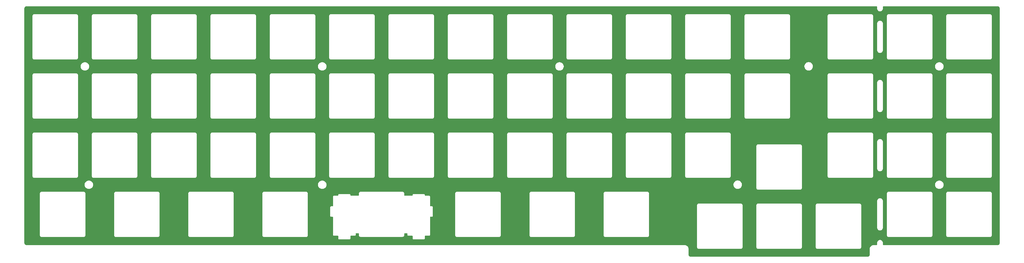
<source format=gbr>
G04 #@! TF.GenerationSoftware,KiCad,Pcbnew,8.0.1*
G04 #@! TF.CreationDate,2024-10-10T20:31:10+02:00*
G04 #@! TF.ProjectId,Mimic40_plate,4d696d69-6334-4305-9f70-6c6174652e6b,rev?*
G04 #@! TF.SameCoordinates,Original*
G04 #@! TF.FileFunction,Copper,L2,Bot*
G04 #@! TF.FilePolarity,Positive*
%FSLAX46Y46*%
G04 Gerber Fmt 4.6, Leading zero omitted, Abs format (unit mm)*
G04 Created by KiCad (PCBNEW 8.0.1) date 2024-10-10 20:31:10*
%MOMM*%
%LPD*%
G01*
G04 APERTURE LIST*
G04 APERTURE END LIST*
G04 #@! TA.AperFunction,NonConductor*
G36*
X339809640Y-79052027D02*
G01*
X339825080Y-79054472D01*
X339873154Y-79062086D01*
X339910046Y-79074073D01*
X339958544Y-79098783D01*
X339989929Y-79121586D01*
X340028413Y-79160070D01*
X340051217Y-79191457D01*
X340075925Y-79239950D01*
X340087913Y-79276845D01*
X340097973Y-79340358D01*
X340099500Y-79359757D01*
X340099500Y-79888695D01*
X340134103Y-80062658D01*
X340134106Y-80062667D01*
X340201983Y-80226540D01*
X340201990Y-80226553D01*
X340300535Y-80374034D01*
X340300538Y-80374038D01*
X340425961Y-80499461D01*
X340425965Y-80499464D01*
X340573446Y-80598009D01*
X340573459Y-80598016D01*
X340696363Y-80648923D01*
X340737334Y-80665894D01*
X340737336Y-80665894D01*
X340737341Y-80665896D01*
X340911304Y-80700499D01*
X340911307Y-80700500D01*
X340911309Y-80700500D01*
X341088693Y-80700500D01*
X341088694Y-80700499D01*
X341146682Y-80688964D01*
X341262658Y-80665896D01*
X341262661Y-80665894D01*
X341262666Y-80665894D01*
X341426547Y-80598013D01*
X341574035Y-80499464D01*
X341699464Y-80374035D01*
X341798013Y-80226547D01*
X341865894Y-80062666D01*
X341900500Y-79888691D01*
X341900500Y-79800000D01*
X341900500Y-79752405D01*
X341900500Y-79359757D01*
X341902027Y-79340360D01*
X341906766Y-79310438D01*
X341912087Y-79276843D01*
X341924072Y-79239955D01*
X341948785Y-79191452D01*
X341971583Y-79160073D01*
X342010073Y-79121583D01*
X342041452Y-79098785D01*
X342089955Y-79074072D01*
X342126843Y-79062087D01*
X342178320Y-79053933D01*
X342190360Y-79052027D01*
X342209757Y-79050500D01*
X342247595Y-79050500D01*
X378702405Y-79050500D01*
X378743907Y-79050500D01*
X378756061Y-79051097D01*
X378874317Y-79062744D01*
X378898145Y-79067483D01*
X379006005Y-79100202D01*
X379028453Y-79109501D01*
X379127849Y-79162629D01*
X379148059Y-79176133D01*
X379235179Y-79247630D01*
X379252369Y-79264820D01*
X379323866Y-79351940D01*
X379337370Y-79372150D01*
X379390495Y-79471538D01*
X379399798Y-79493997D01*
X379432514Y-79601848D01*
X379437256Y-79625688D01*
X379448903Y-79743937D01*
X379449500Y-79756092D01*
X379449500Y-155243907D01*
X379448903Y-155256062D01*
X379437256Y-155374311D01*
X379432514Y-155398151D01*
X379399798Y-155506002D01*
X379390495Y-155528461D01*
X379337370Y-155627849D01*
X379323866Y-155648059D01*
X379252369Y-155735179D01*
X379235179Y-155752369D01*
X379148059Y-155823866D01*
X379127849Y-155837370D01*
X379028461Y-155890495D01*
X379006002Y-155899798D01*
X378898151Y-155932514D01*
X378874311Y-155937256D01*
X378787215Y-155945834D01*
X378756060Y-155948903D01*
X378743907Y-155949500D01*
X342209757Y-155949500D01*
X342190360Y-155947973D01*
X342149549Y-155941509D01*
X342126845Y-155937913D01*
X342089950Y-155925925D01*
X342041457Y-155901217D01*
X342010070Y-155878413D01*
X341971586Y-155839929D01*
X341948782Y-155808542D01*
X341924073Y-155760046D01*
X341912086Y-155723152D01*
X341902027Y-155659639D01*
X341900500Y-155640242D01*
X341900500Y-155111306D01*
X341900499Y-155111304D01*
X341865896Y-154937341D01*
X341865893Y-154937332D01*
X341798016Y-154773459D01*
X341798009Y-154773446D01*
X341699464Y-154625965D01*
X341699461Y-154625961D01*
X341574038Y-154500538D01*
X341574034Y-154500535D01*
X341426553Y-154401990D01*
X341426540Y-154401983D01*
X341262667Y-154334106D01*
X341262658Y-154334103D01*
X341088694Y-154299500D01*
X341088691Y-154299500D01*
X341047595Y-154299500D01*
X341000000Y-154299500D01*
X340911309Y-154299500D01*
X340911306Y-154299500D01*
X340737341Y-154334103D01*
X340737332Y-154334106D01*
X340573459Y-154401983D01*
X340573446Y-154401990D01*
X340425965Y-154500535D01*
X340425961Y-154500538D01*
X340300538Y-154625961D01*
X340300535Y-154625965D01*
X340201990Y-154773446D01*
X340201983Y-154773459D01*
X340134106Y-154937332D01*
X340134103Y-154937341D01*
X340099500Y-155111304D01*
X340099500Y-155640242D01*
X340097973Y-155659641D01*
X340087913Y-155723154D01*
X340075925Y-155760049D01*
X340051217Y-155808542D01*
X340028413Y-155839929D01*
X339989929Y-155878413D01*
X339958542Y-155901217D01*
X339910049Y-155925925D01*
X339873154Y-155937913D01*
X339835734Y-155943840D01*
X339809639Y-155947973D01*
X339790243Y-155949500D01*
X339047595Y-155949500D01*
X339000000Y-155949500D01*
X338897648Y-155949500D01*
X338873329Y-155953351D01*
X338695465Y-155981522D01*
X338500776Y-156044781D01*
X338318386Y-156137715D01*
X338152786Y-156258028D01*
X338008028Y-156402786D01*
X337887715Y-156568386D01*
X337794781Y-156750776D01*
X337731522Y-156945465D01*
X337699500Y-157147648D01*
X337699500Y-158993907D01*
X337698903Y-159006062D01*
X337687256Y-159124311D01*
X337682514Y-159148151D01*
X337649798Y-159256002D01*
X337640495Y-159278461D01*
X337587370Y-159377849D01*
X337573866Y-159398059D01*
X337502369Y-159485179D01*
X337485179Y-159502369D01*
X337398059Y-159573866D01*
X337377849Y-159587370D01*
X337278461Y-159640495D01*
X337256002Y-159649798D01*
X337148151Y-159682514D01*
X337124311Y-159687256D01*
X337037215Y-159695834D01*
X337006060Y-159698903D01*
X336993907Y-159699500D01*
X280256093Y-159699500D01*
X280243939Y-159698903D01*
X280193081Y-159693893D01*
X280125688Y-159687256D01*
X280101848Y-159682514D01*
X279993997Y-159649798D01*
X279971541Y-159640496D01*
X279872150Y-159587370D01*
X279851940Y-159573866D01*
X279764820Y-159502369D01*
X279747630Y-159485179D01*
X279676133Y-159398059D01*
X279662629Y-159377849D01*
X279623441Y-159304534D01*
X279609501Y-159278453D01*
X279600201Y-159256002D01*
X279567483Y-159148145D01*
X279562744Y-159124317D01*
X279551097Y-159006061D01*
X279550500Y-158993907D01*
X279550500Y-157147648D01*
X279518477Y-156945465D01*
X279489127Y-156855137D01*
X279455220Y-156750781D01*
X279455218Y-156750778D01*
X279455218Y-156750776D01*
X279413238Y-156668387D01*
X279392490Y-156627666D01*
X282259500Y-156627666D01*
X282289608Y-156759580D01*
X282289611Y-156759588D01*
X282348323Y-156881504D01*
X282432694Y-156987305D01*
X282493289Y-157035626D01*
X282538493Y-157071675D01*
X282660412Y-157130389D01*
X282660416Y-157130389D01*
X282660419Y-157130391D01*
X282792333Y-157160499D01*
X282792338Y-157160499D01*
X282792340Y-157160500D01*
X282792342Y-157160500D01*
X296327658Y-157160500D01*
X296327660Y-157160500D01*
X296327662Y-157160499D01*
X296327666Y-157160499D01*
X296459580Y-157130391D01*
X296459581Y-157130390D01*
X296459588Y-157130389D01*
X296581507Y-157071675D01*
X296687305Y-156987305D01*
X296771675Y-156881507D01*
X296830389Y-156759588D01*
X296860499Y-156627666D01*
X301309500Y-156627666D01*
X301339608Y-156759580D01*
X301339611Y-156759588D01*
X301398323Y-156881504D01*
X301482694Y-156987305D01*
X301543289Y-157035626D01*
X301588493Y-157071675D01*
X301710412Y-157130389D01*
X301710416Y-157130389D01*
X301710419Y-157130391D01*
X301842333Y-157160499D01*
X301842338Y-157160499D01*
X301842340Y-157160500D01*
X301842342Y-157160500D01*
X315377658Y-157160500D01*
X315377660Y-157160500D01*
X315377662Y-157160499D01*
X315377666Y-157160499D01*
X315509580Y-157130391D01*
X315509581Y-157130390D01*
X315509588Y-157130389D01*
X315631507Y-157071675D01*
X315737305Y-156987305D01*
X315821675Y-156881507D01*
X315880389Y-156759588D01*
X315910499Y-156627666D01*
X320359500Y-156627666D01*
X320389608Y-156759580D01*
X320389611Y-156759588D01*
X320448323Y-156881504D01*
X320532694Y-156987305D01*
X320593289Y-157035626D01*
X320638493Y-157071675D01*
X320760412Y-157130389D01*
X320760416Y-157130389D01*
X320760419Y-157130391D01*
X320892333Y-157160499D01*
X320892338Y-157160499D01*
X320892340Y-157160500D01*
X320892342Y-157160500D01*
X334427658Y-157160500D01*
X334427660Y-157160500D01*
X334427662Y-157160499D01*
X334427666Y-157160499D01*
X334559580Y-157130391D01*
X334559581Y-157130390D01*
X334559588Y-157130389D01*
X334681507Y-157071675D01*
X334787305Y-156987305D01*
X334871675Y-156881507D01*
X334930389Y-156759588D01*
X334960500Y-156627660D01*
X334960500Y-156560000D01*
X334960500Y-156512405D01*
X334960500Y-152817666D01*
X343219500Y-152817666D01*
X343249608Y-152949580D01*
X343249611Y-152949588D01*
X343308323Y-153071504D01*
X343392694Y-153177305D01*
X343453289Y-153225626D01*
X343498493Y-153261675D01*
X343620412Y-153320389D01*
X343620416Y-153320389D01*
X343620419Y-153320391D01*
X343752333Y-153350499D01*
X343752338Y-153350499D01*
X343752340Y-153350500D01*
X343752342Y-153350500D01*
X357287658Y-153350500D01*
X357287660Y-153350500D01*
X357287662Y-153350499D01*
X357287666Y-153350499D01*
X357419580Y-153320391D01*
X357419581Y-153320390D01*
X357419588Y-153320389D01*
X357541507Y-153261675D01*
X357647305Y-153177305D01*
X357731675Y-153071507D01*
X357790389Y-152949588D01*
X357790394Y-152949565D01*
X357820499Y-152817666D01*
X362269500Y-152817666D01*
X362299608Y-152949580D01*
X362299611Y-152949588D01*
X362358323Y-153071504D01*
X362442694Y-153177305D01*
X362503289Y-153225626D01*
X362548493Y-153261675D01*
X362670412Y-153320389D01*
X362670416Y-153320389D01*
X362670419Y-153320391D01*
X362802333Y-153350499D01*
X362802338Y-153350499D01*
X362802340Y-153350500D01*
X362802342Y-153350500D01*
X376337658Y-153350500D01*
X376337660Y-153350500D01*
X376337662Y-153350499D01*
X376337666Y-153350499D01*
X376469580Y-153320391D01*
X376469581Y-153320390D01*
X376469588Y-153320389D01*
X376591507Y-153261675D01*
X376697305Y-153177305D01*
X376781675Y-153071507D01*
X376840389Y-152949588D01*
X376840394Y-152949565D01*
X376870499Y-152817666D01*
X376870500Y-152817658D01*
X376870500Y-139282341D01*
X376870499Y-139282333D01*
X376840391Y-139150419D01*
X376840389Y-139150414D01*
X376840389Y-139150412D01*
X376781675Y-139028493D01*
X376745626Y-138983289D01*
X376697305Y-138922694D01*
X376621319Y-138862099D01*
X376591507Y-138838325D01*
X376591505Y-138838324D01*
X376591504Y-138838323D01*
X376469588Y-138779611D01*
X376469580Y-138779608D01*
X376337666Y-138749500D01*
X376337660Y-138749500D01*
X376309562Y-138749500D01*
X362917595Y-138749500D01*
X362870000Y-138749500D01*
X362802340Y-138749500D01*
X362802333Y-138749500D01*
X362670419Y-138779608D01*
X362670411Y-138779611D01*
X362548495Y-138838323D01*
X362442694Y-138922694D01*
X362358323Y-139028495D01*
X362299611Y-139150411D01*
X362299608Y-139150419D01*
X362269500Y-139282333D01*
X362269500Y-152817666D01*
X357820499Y-152817666D01*
X357820500Y-152817658D01*
X357820500Y-139282341D01*
X357820499Y-139282333D01*
X357790391Y-139150419D01*
X357790389Y-139150414D01*
X357790389Y-139150412D01*
X357731675Y-139028493D01*
X357695626Y-138983289D01*
X357647305Y-138922694D01*
X357571319Y-138862099D01*
X357541507Y-138838325D01*
X357541505Y-138838324D01*
X357541504Y-138838323D01*
X357419588Y-138779611D01*
X357419580Y-138779608D01*
X357287666Y-138749500D01*
X357287660Y-138749500D01*
X357259562Y-138749500D01*
X343867595Y-138749500D01*
X343820000Y-138749500D01*
X343752340Y-138749500D01*
X343752333Y-138749500D01*
X343620419Y-138779608D01*
X343620411Y-138779611D01*
X343498495Y-138838323D01*
X343392694Y-138922694D01*
X343308323Y-139028495D01*
X343249611Y-139150411D01*
X343249608Y-139150419D01*
X343219500Y-139282333D01*
X343219500Y-152817666D01*
X334960500Y-152817666D01*
X334960500Y-150438695D01*
X340099500Y-150438695D01*
X340134103Y-150612658D01*
X340134106Y-150612667D01*
X340201983Y-150776540D01*
X340201990Y-150776553D01*
X340300535Y-150924034D01*
X340300538Y-150924038D01*
X340425961Y-151049461D01*
X340425965Y-151049464D01*
X340573446Y-151148009D01*
X340573459Y-151148016D01*
X340696363Y-151198923D01*
X340737334Y-151215894D01*
X340737336Y-151215894D01*
X340737341Y-151215896D01*
X340911304Y-151250499D01*
X340911307Y-151250500D01*
X340911309Y-151250500D01*
X341088693Y-151250500D01*
X341088694Y-151250499D01*
X341146682Y-151238964D01*
X341262658Y-151215896D01*
X341262661Y-151215894D01*
X341262666Y-151215894D01*
X341426547Y-151148013D01*
X341574035Y-151049464D01*
X341699464Y-150924035D01*
X341798013Y-150776547D01*
X341865894Y-150612666D01*
X341900500Y-150438691D01*
X341900500Y-150350000D01*
X341900500Y-150302405D01*
X341900500Y-141710438D01*
X341900500Y-141661309D01*
X341900500Y-141661306D01*
X341900499Y-141661304D01*
X341865896Y-141487341D01*
X341865893Y-141487332D01*
X341798016Y-141323459D01*
X341798009Y-141323446D01*
X341699464Y-141175965D01*
X341699461Y-141175961D01*
X341574038Y-141050538D01*
X341574034Y-141050535D01*
X341426553Y-140951990D01*
X341426540Y-140951983D01*
X341262667Y-140884106D01*
X341262658Y-140884103D01*
X341088694Y-140849500D01*
X341088691Y-140849500D01*
X341047595Y-140849500D01*
X341000000Y-140849500D01*
X340911309Y-140849500D01*
X340911306Y-140849500D01*
X340737341Y-140884103D01*
X340737332Y-140884106D01*
X340573459Y-140951983D01*
X340573446Y-140951990D01*
X340425965Y-141050535D01*
X340425961Y-141050538D01*
X340300538Y-141175961D01*
X340300535Y-141175965D01*
X340201990Y-141323446D01*
X340201983Y-141323459D01*
X340134106Y-141487332D01*
X340134103Y-141487341D01*
X340099500Y-141661304D01*
X340099500Y-150438695D01*
X334960500Y-150438695D01*
X334960500Y-143120438D01*
X334960500Y-143092340D01*
X334960499Y-143092338D01*
X334960499Y-143092333D01*
X334930391Y-142960419D01*
X334930389Y-142960416D01*
X334930389Y-142960412D01*
X334871675Y-142838493D01*
X334835626Y-142793289D01*
X334787305Y-142732694D01*
X334681504Y-142648323D01*
X334559588Y-142589611D01*
X334559580Y-142589608D01*
X334427666Y-142559500D01*
X334427660Y-142559500D01*
X334399562Y-142559500D01*
X321007595Y-142559500D01*
X320960000Y-142559500D01*
X320892340Y-142559500D01*
X320892333Y-142559500D01*
X320760419Y-142589608D01*
X320760411Y-142589611D01*
X320638495Y-142648323D01*
X320532694Y-142732694D01*
X320448323Y-142838495D01*
X320389611Y-142960411D01*
X320389608Y-142960419D01*
X320359500Y-143092333D01*
X320359500Y-156627666D01*
X315910499Y-156627666D01*
X315910500Y-156627660D01*
X315910500Y-156560000D01*
X315910500Y-156512405D01*
X315910500Y-143120438D01*
X315910500Y-143092340D01*
X315910499Y-143092338D01*
X315910499Y-143092333D01*
X315880391Y-142960419D01*
X315880389Y-142960416D01*
X315880389Y-142960412D01*
X315821675Y-142838493D01*
X315785626Y-142793289D01*
X315737305Y-142732694D01*
X315631504Y-142648323D01*
X315509588Y-142589611D01*
X315509580Y-142589608D01*
X315377666Y-142559500D01*
X315377660Y-142559500D01*
X315349562Y-142559500D01*
X301957595Y-142559500D01*
X301910000Y-142559500D01*
X301842340Y-142559500D01*
X301842333Y-142559500D01*
X301710419Y-142589608D01*
X301710411Y-142589611D01*
X301588495Y-142648323D01*
X301482694Y-142732694D01*
X301398323Y-142838495D01*
X301339611Y-142960411D01*
X301339608Y-142960419D01*
X301309500Y-143092333D01*
X301309500Y-156627666D01*
X296860499Y-156627666D01*
X296860500Y-156627660D01*
X296860500Y-156560000D01*
X296860500Y-156512405D01*
X296860500Y-143120438D01*
X296860500Y-143092340D01*
X296860499Y-143092338D01*
X296860499Y-143092333D01*
X296830391Y-142960419D01*
X296830389Y-142960416D01*
X296830389Y-142960412D01*
X296771675Y-142838493D01*
X296735626Y-142793289D01*
X296687305Y-142732694D01*
X296581504Y-142648323D01*
X296459588Y-142589611D01*
X296459580Y-142589608D01*
X296327666Y-142559500D01*
X296327660Y-142559500D01*
X296299562Y-142559500D01*
X282907595Y-142559500D01*
X282860000Y-142559500D01*
X282792340Y-142559500D01*
X282792333Y-142559500D01*
X282660419Y-142589608D01*
X282660411Y-142589611D01*
X282538495Y-142648323D01*
X282432694Y-142732694D01*
X282348323Y-142838495D01*
X282289611Y-142960411D01*
X282289608Y-142960419D01*
X282259500Y-143092333D01*
X282259500Y-156627666D01*
X279392490Y-156627666D01*
X279362287Y-156568390D01*
X279349289Y-156550500D01*
X279241971Y-156402786D01*
X279097213Y-156258028D01*
X278931613Y-156137715D01*
X278931612Y-156137714D01*
X278931610Y-156137713D01*
X278874653Y-156108691D01*
X278749223Y-156044781D01*
X278554534Y-155981522D01*
X278379995Y-155953878D01*
X278352352Y-155949500D01*
X278352351Y-155949500D01*
X67006093Y-155949500D01*
X66993939Y-155948903D01*
X66882358Y-155937913D01*
X66875688Y-155937256D01*
X66851848Y-155932514D01*
X66743997Y-155899798D01*
X66721541Y-155890496D01*
X66622150Y-155837370D01*
X66601940Y-155823866D01*
X66514820Y-155752369D01*
X66497630Y-155735179D01*
X66426133Y-155648059D01*
X66412629Y-155627849D01*
X66373441Y-155554534D01*
X66359501Y-155528453D01*
X66350201Y-155506002D01*
X66317483Y-155398145D01*
X66312744Y-155374317D01*
X66301097Y-155256061D01*
X66300500Y-155243907D01*
X66300500Y-139282343D01*
X71280749Y-139282343D01*
X71280750Y-139321062D01*
X71280750Y-152797265D01*
X71280799Y-152798016D01*
X71280799Y-152817653D01*
X71280801Y-152817660D01*
X71310903Y-152949565D01*
X71369603Y-153071474D01*
X71369604Y-153071475D01*
X71369605Y-153071477D01*
X71453960Y-153177269D01*
X71559738Y-153261641D01*
X71681638Y-153320363D01*
X71813547Y-153350490D01*
X71833393Y-153350492D01*
X71833490Y-153350500D01*
X71881200Y-153350500D01*
X71928794Y-153350508D01*
X71928795Y-153350507D01*
X71938333Y-153350509D01*
X71938462Y-153350500D01*
X85224038Y-153350500D01*
X85224166Y-153350509D01*
X85229859Y-153350508D01*
X85230029Y-153350557D01*
X85281300Y-153350549D01*
X85281300Y-153350550D01*
X85348932Y-153350539D01*
X85348961Y-153350539D01*
X85421810Y-153333900D01*
X85480879Y-153320410D01*
X85602788Y-153261683D01*
X85708576Y-153177304D01*
X85792937Y-153071503D01*
X85851643Y-152949584D01*
X85881751Y-152817659D01*
X85881750Y-152750000D01*
X85881750Y-152702405D01*
X85881750Y-139310438D01*
X85881750Y-139302616D01*
X85881700Y-139301863D01*
X85881701Y-139282347D01*
X85881700Y-139282343D01*
X95093249Y-139282343D01*
X95093250Y-139321062D01*
X95093250Y-152797265D01*
X95093299Y-152798016D01*
X95093299Y-152817653D01*
X95093301Y-152817660D01*
X95123403Y-152949565D01*
X95182103Y-153071474D01*
X95182104Y-153071475D01*
X95182105Y-153071477D01*
X95266460Y-153177269D01*
X95372238Y-153261641D01*
X95494138Y-153320363D01*
X95626047Y-153350490D01*
X95645893Y-153350492D01*
X95645990Y-153350500D01*
X95693700Y-153350500D01*
X95741294Y-153350508D01*
X95741295Y-153350507D01*
X95750833Y-153350509D01*
X95750962Y-153350500D01*
X109036538Y-153350500D01*
X109036666Y-153350509D01*
X109042359Y-153350508D01*
X109042529Y-153350557D01*
X109093800Y-153350549D01*
X109093800Y-153350550D01*
X109161432Y-153350539D01*
X109161461Y-153350539D01*
X109234310Y-153333900D01*
X109293379Y-153320410D01*
X109415288Y-153261683D01*
X109521076Y-153177304D01*
X109605437Y-153071503D01*
X109664143Y-152949584D01*
X109694251Y-152817659D01*
X109694250Y-152750000D01*
X109694250Y-152702405D01*
X109694250Y-139310438D01*
X109694250Y-139302616D01*
X109694200Y-139301863D01*
X109694201Y-139282347D01*
X109694200Y-139282343D01*
X118905749Y-139282343D01*
X118905750Y-139321062D01*
X118905750Y-152797265D01*
X118905799Y-152798016D01*
X118905799Y-152817653D01*
X118905801Y-152817660D01*
X118935903Y-152949565D01*
X118994603Y-153071474D01*
X118994604Y-153071475D01*
X118994605Y-153071477D01*
X119078960Y-153177269D01*
X119184738Y-153261641D01*
X119306638Y-153320363D01*
X119438547Y-153350490D01*
X119458393Y-153350492D01*
X119458490Y-153350500D01*
X119506200Y-153350500D01*
X119553794Y-153350508D01*
X119553795Y-153350507D01*
X119563333Y-153350509D01*
X119563462Y-153350500D01*
X132849038Y-153350500D01*
X132849166Y-153350509D01*
X132854859Y-153350508D01*
X132855029Y-153350557D01*
X132906300Y-153350549D01*
X132906300Y-153350550D01*
X132973932Y-153350539D01*
X132973961Y-153350539D01*
X133046810Y-153333900D01*
X133105879Y-153320410D01*
X133227788Y-153261683D01*
X133333576Y-153177304D01*
X133417937Y-153071503D01*
X133476643Y-152949584D01*
X133506751Y-152817659D01*
X133506750Y-152750000D01*
X133506750Y-152702405D01*
X133506750Y-139310438D01*
X133506750Y-139302616D01*
X133506700Y-139301863D01*
X133506701Y-139282347D01*
X133506700Y-139282343D01*
X142718249Y-139282343D01*
X142718250Y-139321062D01*
X142718250Y-152797265D01*
X142718299Y-152798016D01*
X142718299Y-152817653D01*
X142718301Y-152817660D01*
X142748403Y-152949565D01*
X142807103Y-153071474D01*
X142807104Y-153071475D01*
X142807105Y-153071477D01*
X142891460Y-153177269D01*
X142997238Y-153261641D01*
X143119138Y-153320363D01*
X143251047Y-153350490D01*
X143270893Y-153350492D01*
X143270990Y-153350500D01*
X143318700Y-153350500D01*
X143366294Y-153350508D01*
X143366295Y-153350507D01*
X143375833Y-153350509D01*
X143375962Y-153350500D01*
X156661538Y-153350500D01*
X156661666Y-153350509D01*
X156667359Y-153350508D01*
X156667529Y-153350557D01*
X156718800Y-153350549D01*
X156718800Y-153350550D01*
X156786432Y-153350539D01*
X156786461Y-153350539D01*
X156859310Y-153333900D01*
X156918379Y-153320410D01*
X157040288Y-153261683D01*
X157146076Y-153177304D01*
X157230437Y-153071503D01*
X157289143Y-152949584D01*
X157319251Y-152817659D01*
X157319250Y-152750000D01*
X157319250Y-152702405D01*
X157319250Y-146582562D01*
X164505100Y-146582562D01*
X164518752Y-146633513D01*
X164525579Y-146658990D01*
X164525582Y-146658995D01*
X164565135Y-146727504D01*
X164565139Y-146727509D01*
X164565140Y-146727511D01*
X164621089Y-146783460D01*
X164621091Y-146783461D01*
X164621095Y-146783464D01*
X164689604Y-146823017D01*
X164689611Y-146823021D01*
X164766038Y-146843500D01*
X165270100Y-146843500D01*
X165337139Y-146863185D01*
X165382894Y-146915989D01*
X165394100Y-146967500D01*
X165394100Y-152599438D01*
X165394100Y-152678562D01*
X165400489Y-152702405D01*
X165414579Y-152754990D01*
X165414582Y-152754995D01*
X165454135Y-152823504D01*
X165454139Y-152823509D01*
X165454140Y-152823511D01*
X165510089Y-152879460D01*
X165510091Y-152879461D01*
X165510095Y-152879464D01*
X165578604Y-152919017D01*
X165578611Y-152919021D01*
X165655038Y-152939500D01*
X166946500Y-152939500D01*
X167013539Y-152959185D01*
X167059294Y-153011989D01*
X167070500Y-153063500D01*
X167070500Y-153742438D01*
X167070500Y-153821562D01*
X167084152Y-153872513D01*
X167090979Y-153897990D01*
X167090982Y-153897995D01*
X167130535Y-153966504D01*
X167130539Y-153966509D01*
X167130540Y-153966511D01*
X167186489Y-154022460D01*
X167186491Y-154022461D01*
X167186495Y-154022464D01*
X167255004Y-154062017D01*
X167255011Y-154062021D01*
X167331438Y-154082500D01*
X170608771Y-154082500D01*
X170608775Y-154082501D01*
X170633438Y-154082501D01*
X170712560Y-154082501D01*
X170712562Y-154082501D01*
X170788989Y-154062022D01*
X170857511Y-154022461D01*
X170913460Y-153966512D01*
X170953021Y-153897990D01*
X170973500Y-153821563D01*
X170973500Y-153742439D01*
X170973500Y-153742438D01*
X170973500Y-153063500D01*
X170993185Y-152996461D01*
X171045989Y-152950706D01*
X171097500Y-152939500D01*
X172388960Y-152939500D01*
X172388962Y-152939500D01*
X172465389Y-152919021D01*
X172533911Y-152879460D01*
X172589860Y-152823511D01*
X172629421Y-152754989D01*
X172649900Y-152678562D01*
X172649900Y-152599438D01*
X172649900Y-152276100D01*
X172669585Y-152209061D01*
X172722389Y-152163306D01*
X172773900Y-152152100D01*
X173550500Y-152152100D01*
X173617539Y-152171785D01*
X173663294Y-152224589D01*
X173674500Y-152276100D01*
X173674500Y-152787666D01*
X173704608Y-152919580D01*
X173704611Y-152919588D01*
X173763323Y-153041504D01*
X173847694Y-153147305D01*
X173885313Y-153177304D01*
X173953493Y-153231675D01*
X174075412Y-153290389D01*
X174075416Y-153290389D01*
X174075419Y-153290391D01*
X174207333Y-153320499D01*
X174207338Y-153320499D01*
X174207340Y-153320500D01*
X174207342Y-153320500D01*
X187712558Y-153320500D01*
X187712560Y-153320500D01*
X187712562Y-153320499D01*
X187712566Y-153320499D01*
X187844480Y-153290391D01*
X187844481Y-153290390D01*
X187844488Y-153290389D01*
X187966407Y-153231675D01*
X188072205Y-153147305D01*
X188156575Y-153041507D01*
X188215289Y-152919588D01*
X188215291Y-152919580D01*
X188245399Y-152787666D01*
X188245400Y-152787658D01*
X188245400Y-152276100D01*
X188265085Y-152209061D01*
X188317889Y-152163306D01*
X188369400Y-152152100D01*
X189146000Y-152152100D01*
X189213039Y-152171785D01*
X189258794Y-152224589D01*
X189270000Y-152276100D01*
X189270000Y-152599438D01*
X189270000Y-152678562D01*
X189276389Y-152702405D01*
X189290479Y-152754990D01*
X189290482Y-152754995D01*
X189330035Y-152823504D01*
X189330039Y-152823509D01*
X189330040Y-152823511D01*
X189385989Y-152879460D01*
X189385991Y-152879461D01*
X189385995Y-152879464D01*
X189454504Y-152919017D01*
X189454511Y-152919021D01*
X189530938Y-152939500D01*
X190822401Y-152939500D01*
X190889440Y-152959185D01*
X190935195Y-153011989D01*
X190946401Y-153063500D01*
X190946401Y-153742438D01*
X190946401Y-153821562D01*
X190960053Y-153872513D01*
X190966880Y-153897990D01*
X190966883Y-153897995D01*
X191006436Y-153966504D01*
X191006440Y-153966509D01*
X191006441Y-153966511D01*
X191062390Y-154022460D01*
X191062392Y-154022461D01*
X191062396Y-154022464D01*
X191130905Y-154062017D01*
X191130912Y-154062021D01*
X191207339Y-154082500D01*
X191207341Y-154082500D01*
X194588460Y-154082500D01*
X194588462Y-154082500D01*
X194664889Y-154062021D01*
X194733411Y-154022460D01*
X194789360Y-153966511D01*
X194828921Y-153897989D01*
X194849400Y-153821562D01*
X194849400Y-153063500D01*
X194869085Y-152996461D01*
X194921889Y-152950706D01*
X194973400Y-152939500D01*
X196264860Y-152939500D01*
X196264862Y-152939500D01*
X196341289Y-152919021D01*
X196409811Y-152879460D01*
X196465760Y-152823511D01*
X196505321Y-152754989D01*
X196525800Y-152678562D01*
X196525800Y-146967500D01*
X196545485Y-146900461D01*
X196598289Y-146854706D01*
X196649800Y-146843500D01*
X197153860Y-146843500D01*
X197153862Y-146843500D01*
X197230289Y-146823021D01*
X197298811Y-146783460D01*
X197354760Y-146727511D01*
X197394321Y-146658989D01*
X197414800Y-146582562D01*
X197414800Y-143709438D01*
X197394321Y-143633011D01*
X197394317Y-143633004D01*
X197354764Y-143564495D01*
X197354758Y-143564487D01*
X197298812Y-143508541D01*
X197298804Y-143508535D01*
X197230295Y-143468982D01*
X197230290Y-143468979D01*
X197204813Y-143462152D01*
X197153862Y-143448500D01*
X197153860Y-143448500D01*
X196649800Y-143448500D01*
X196582761Y-143428815D01*
X196537006Y-143376011D01*
X196525800Y-143324500D01*
X196525800Y-140305839D01*
X196505320Y-140229409D01*
X196505317Y-140229404D01*
X196465764Y-140160895D01*
X196465758Y-140160887D01*
X196409812Y-140104941D01*
X196409804Y-140104935D01*
X196341295Y-140065382D01*
X196341290Y-140065379D01*
X196315813Y-140058552D01*
X196264862Y-140044900D01*
X196264860Y-140044900D01*
X194973400Y-140044900D01*
X194906361Y-140025215D01*
X194860606Y-139972411D01*
X194849400Y-139920900D01*
X194849400Y-139772439D01*
X194828920Y-139696009D01*
X194828917Y-139696004D01*
X194789364Y-139627495D01*
X194789358Y-139627487D01*
X194733412Y-139571541D01*
X194733404Y-139571535D01*
X194664895Y-139531982D01*
X194664890Y-139531979D01*
X194639413Y-139525152D01*
X194588462Y-139511500D01*
X191286462Y-139511500D01*
X191207338Y-139511500D01*
X191169124Y-139521739D01*
X191130909Y-139531979D01*
X191130904Y-139531982D01*
X191062395Y-139571535D01*
X191062387Y-139571541D01*
X191006441Y-139627487D01*
X191006435Y-139627495D01*
X190966882Y-139696004D01*
X190966879Y-139696009D01*
X190946400Y-139772439D01*
X190946400Y-139920900D01*
X190926715Y-139987939D01*
X190873911Y-140033694D01*
X190822400Y-140044900D01*
X188369400Y-140044900D01*
X188302361Y-140025215D01*
X188256606Y-139972411D01*
X188245400Y-139920900D01*
X188245400Y-139282343D01*
X204630749Y-139282343D01*
X204630750Y-139321062D01*
X204630750Y-152797265D01*
X204630799Y-152798016D01*
X204630799Y-152817653D01*
X204630801Y-152817660D01*
X204660903Y-152949565D01*
X204719603Y-153071474D01*
X204719604Y-153071475D01*
X204719605Y-153071477D01*
X204803960Y-153177269D01*
X204909738Y-153261641D01*
X205031638Y-153320363D01*
X205163547Y-153350490D01*
X205183393Y-153350492D01*
X205183490Y-153350500D01*
X205231200Y-153350500D01*
X205278794Y-153350508D01*
X205278795Y-153350507D01*
X205288333Y-153350509D01*
X205288462Y-153350500D01*
X218574038Y-153350500D01*
X218574166Y-153350509D01*
X218579859Y-153350508D01*
X218580029Y-153350557D01*
X218631300Y-153350549D01*
X218631300Y-153350550D01*
X218698932Y-153350539D01*
X218698961Y-153350539D01*
X218771810Y-153333900D01*
X218830879Y-153320410D01*
X218952788Y-153261683D01*
X219058576Y-153177304D01*
X219142937Y-153071503D01*
X219201643Y-152949584D01*
X219231751Y-152817659D01*
X219231750Y-152750000D01*
X219231750Y-152702405D01*
X219231750Y-139310438D01*
X219231750Y-139302616D01*
X219231700Y-139301863D01*
X219231701Y-139282347D01*
X219231700Y-139282343D01*
X228443249Y-139282343D01*
X228443250Y-139321062D01*
X228443250Y-152797265D01*
X228443299Y-152798016D01*
X228443299Y-152817653D01*
X228443301Y-152817660D01*
X228473403Y-152949565D01*
X228532103Y-153071474D01*
X228532104Y-153071475D01*
X228532105Y-153071477D01*
X228616460Y-153177269D01*
X228722238Y-153261641D01*
X228844138Y-153320363D01*
X228976047Y-153350490D01*
X228995893Y-153350492D01*
X228995990Y-153350500D01*
X229043700Y-153350500D01*
X229091294Y-153350508D01*
X229091295Y-153350507D01*
X229100833Y-153350509D01*
X229100962Y-153350500D01*
X242386538Y-153350500D01*
X242386666Y-153350509D01*
X242392359Y-153350508D01*
X242392529Y-153350557D01*
X242443800Y-153350549D01*
X242443800Y-153350550D01*
X242511432Y-153350539D01*
X242511461Y-153350539D01*
X242584310Y-153333900D01*
X242643379Y-153320410D01*
X242765288Y-153261683D01*
X242871076Y-153177304D01*
X242955437Y-153071503D01*
X243014143Y-152949584D01*
X243044251Y-152817659D01*
X243044250Y-152750000D01*
X243044250Y-152702405D01*
X243044250Y-139310438D01*
X243044250Y-139302616D01*
X243044200Y-139301863D01*
X243044201Y-139282347D01*
X243044200Y-139282343D01*
X252255749Y-139282343D01*
X252255750Y-139321062D01*
X252255750Y-152797265D01*
X252255799Y-152798016D01*
X252255799Y-152817653D01*
X252255801Y-152817660D01*
X252285903Y-152949565D01*
X252344603Y-153071474D01*
X252344604Y-153071475D01*
X252344605Y-153071477D01*
X252428960Y-153177269D01*
X252534738Y-153261641D01*
X252656638Y-153320363D01*
X252788547Y-153350490D01*
X252808393Y-153350492D01*
X252808490Y-153350500D01*
X252856200Y-153350500D01*
X252903794Y-153350508D01*
X252903795Y-153350507D01*
X252913333Y-153350509D01*
X252913462Y-153350500D01*
X266199038Y-153350500D01*
X266199166Y-153350509D01*
X266204859Y-153350508D01*
X266205029Y-153350557D01*
X266256300Y-153350549D01*
X266256300Y-153350550D01*
X266323932Y-153350539D01*
X266323961Y-153350539D01*
X266396810Y-153333900D01*
X266455879Y-153320410D01*
X266577788Y-153261683D01*
X266683576Y-153177304D01*
X266767937Y-153071503D01*
X266826643Y-152949584D01*
X266856751Y-152817659D01*
X266856750Y-152750000D01*
X266856750Y-152702405D01*
X266856750Y-139310438D01*
X266856750Y-139302616D01*
X266856700Y-139301863D01*
X266856701Y-139282347D01*
X266826596Y-139150433D01*
X266767895Y-139028523D01*
X266683540Y-138922731D01*
X266577762Y-138838359D01*
X266577673Y-138838316D01*
X266455861Y-138779636D01*
X266455859Y-138779635D01*
X266323949Y-138749509D01*
X266323954Y-138749509D01*
X266303097Y-138749506D01*
X266302991Y-138749500D01*
X266295812Y-138749500D01*
X266256300Y-138749500D01*
X266256274Y-138749499D01*
X266199166Y-138749490D01*
X266199038Y-138749500D01*
X252913462Y-138749500D01*
X252913333Y-138749490D01*
X252907618Y-138749491D01*
X252907451Y-138749442D01*
X252788538Y-138749460D01*
X252656626Y-138779588D01*
X252656622Y-138779589D01*
X252656621Y-138779590D01*
X252621259Y-138796624D01*
X252534712Y-138838316D01*
X252428923Y-138922696D01*
X252428922Y-138922697D01*
X252344563Y-139028496D01*
X252290043Y-139141721D01*
X252285857Y-139150416D01*
X252285853Y-139150434D01*
X252255749Y-139282341D01*
X252255749Y-139282343D01*
X243044200Y-139282343D01*
X243014096Y-139150433D01*
X242955395Y-139028523D01*
X242871040Y-138922731D01*
X242765262Y-138838359D01*
X242765173Y-138838316D01*
X242643361Y-138779636D01*
X242643359Y-138779635D01*
X242511449Y-138749509D01*
X242511454Y-138749509D01*
X242490597Y-138749506D01*
X242490491Y-138749500D01*
X242483312Y-138749500D01*
X242443800Y-138749500D01*
X242443774Y-138749499D01*
X242386666Y-138749490D01*
X242386538Y-138749500D01*
X229100962Y-138749500D01*
X229100833Y-138749490D01*
X229095118Y-138749491D01*
X229094951Y-138749442D01*
X228976038Y-138749460D01*
X228844126Y-138779588D01*
X228844122Y-138779589D01*
X228844121Y-138779590D01*
X228808759Y-138796624D01*
X228722212Y-138838316D01*
X228616423Y-138922696D01*
X228616422Y-138922697D01*
X228532063Y-139028496D01*
X228477543Y-139141721D01*
X228473357Y-139150416D01*
X228473353Y-139150434D01*
X228443249Y-139282341D01*
X228443249Y-139282343D01*
X219231700Y-139282343D01*
X219201596Y-139150433D01*
X219142895Y-139028523D01*
X219058540Y-138922731D01*
X218952762Y-138838359D01*
X218952673Y-138838316D01*
X218830861Y-138779636D01*
X218830859Y-138779635D01*
X218698949Y-138749509D01*
X218698954Y-138749509D01*
X218678097Y-138749506D01*
X218677991Y-138749500D01*
X218670812Y-138749500D01*
X218631300Y-138749500D01*
X218631274Y-138749499D01*
X218574166Y-138749490D01*
X218574038Y-138749500D01*
X205288462Y-138749500D01*
X205288333Y-138749490D01*
X205282618Y-138749491D01*
X205282451Y-138749442D01*
X205163538Y-138749460D01*
X205031626Y-138779588D01*
X205031622Y-138779589D01*
X205031621Y-138779590D01*
X204996259Y-138796624D01*
X204909712Y-138838316D01*
X204803923Y-138922696D01*
X204803922Y-138922697D01*
X204719563Y-139028496D01*
X204665043Y-139141721D01*
X204660857Y-139150416D01*
X204660853Y-139150434D01*
X204630749Y-139282341D01*
X204630749Y-139282343D01*
X188245400Y-139282343D01*
X188245400Y-139282341D01*
X188245399Y-139282333D01*
X188215291Y-139150419D01*
X188215289Y-139150414D01*
X188215289Y-139150412D01*
X188156575Y-139028493D01*
X188120526Y-138983289D01*
X188072205Y-138922694D01*
X187996219Y-138862099D01*
X187966407Y-138838325D01*
X187966405Y-138838324D01*
X187966404Y-138838323D01*
X187844488Y-138779611D01*
X187844480Y-138779608D01*
X187712566Y-138749500D01*
X187712560Y-138749500D01*
X187684462Y-138749500D01*
X174322595Y-138749500D01*
X174275000Y-138749500D01*
X174207340Y-138749500D01*
X174207333Y-138749500D01*
X174075419Y-138779608D01*
X174075411Y-138779611D01*
X173953495Y-138838323D01*
X173847694Y-138922694D01*
X173763323Y-139028495D01*
X173704611Y-139150411D01*
X173704608Y-139150419D01*
X173674500Y-139282333D01*
X173674500Y-139920900D01*
X173654815Y-139987939D01*
X173602011Y-140033694D01*
X173550500Y-140044900D01*
X171097500Y-140044900D01*
X171030461Y-140025215D01*
X170984706Y-139972411D01*
X170973500Y-139920900D01*
X170973500Y-139772439D01*
X170953020Y-139696009D01*
X170953017Y-139696004D01*
X170913464Y-139627495D01*
X170913458Y-139627487D01*
X170857512Y-139571541D01*
X170857504Y-139571535D01*
X170788995Y-139531982D01*
X170788990Y-139531979D01*
X170763513Y-139525152D01*
X170712562Y-139511500D01*
X167410562Y-139511500D01*
X167331438Y-139511500D01*
X167293224Y-139521739D01*
X167255009Y-139531979D01*
X167255004Y-139531982D01*
X167186495Y-139571535D01*
X167186487Y-139571541D01*
X167130541Y-139627487D01*
X167130535Y-139627495D01*
X167090982Y-139696004D01*
X167090979Y-139696009D01*
X167070500Y-139772439D01*
X167070500Y-139920900D01*
X167050815Y-139987939D01*
X166998011Y-140033694D01*
X166946500Y-140044900D01*
X165734162Y-140044900D01*
X165655038Y-140044900D01*
X165616824Y-140055139D01*
X165578609Y-140065379D01*
X165578604Y-140065382D01*
X165510095Y-140104935D01*
X165510087Y-140104941D01*
X165454141Y-140160887D01*
X165454135Y-140160895D01*
X165414582Y-140229404D01*
X165414579Y-140229409D01*
X165394100Y-140305839D01*
X165394100Y-143324500D01*
X165374415Y-143391539D01*
X165321611Y-143437294D01*
X165270100Y-143448500D01*
X164845162Y-143448500D01*
X164766038Y-143448500D01*
X164727824Y-143458739D01*
X164689609Y-143468979D01*
X164689604Y-143468982D01*
X164621095Y-143508535D01*
X164621087Y-143508541D01*
X164565141Y-143564487D01*
X164565135Y-143564495D01*
X164525582Y-143633004D01*
X164525579Y-143633009D01*
X164511926Y-143683962D01*
X164505100Y-143709438D01*
X164505100Y-146503438D01*
X164505100Y-146582562D01*
X157319250Y-146582562D01*
X157319250Y-139310438D01*
X157319250Y-139302616D01*
X157319200Y-139301863D01*
X157319201Y-139282347D01*
X157289096Y-139150433D01*
X157230395Y-139028523D01*
X157146040Y-138922731D01*
X157040262Y-138838359D01*
X157040173Y-138838316D01*
X156918361Y-138779636D01*
X156918359Y-138779635D01*
X156786449Y-138749509D01*
X156786454Y-138749509D01*
X156765597Y-138749506D01*
X156765491Y-138749500D01*
X156758312Y-138749500D01*
X156718800Y-138749500D01*
X156718774Y-138749499D01*
X156661666Y-138749490D01*
X156661538Y-138749500D01*
X143375962Y-138749500D01*
X143375833Y-138749490D01*
X143370118Y-138749491D01*
X143369951Y-138749442D01*
X143251038Y-138749460D01*
X143119126Y-138779588D01*
X143119122Y-138779589D01*
X143119121Y-138779590D01*
X143083759Y-138796624D01*
X142997212Y-138838316D01*
X142891423Y-138922696D01*
X142891422Y-138922697D01*
X142807063Y-139028496D01*
X142752543Y-139141721D01*
X142748357Y-139150416D01*
X142748353Y-139150434D01*
X142718249Y-139282341D01*
X142718249Y-139282343D01*
X133506700Y-139282343D01*
X133476596Y-139150433D01*
X133417895Y-139028523D01*
X133333540Y-138922731D01*
X133227762Y-138838359D01*
X133227673Y-138838316D01*
X133105861Y-138779636D01*
X133105859Y-138779635D01*
X132973949Y-138749509D01*
X132973954Y-138749509D01*
X132953097Y-138749506D01*
X132952991Y-138749500D01*
X132945812Y-138749500D01*
X132906300Y-138749500D01*
X132906274Y-138749499D01*
X132849166Y-138749490D01*
X132849038Y-138749500D01*
X119563462Y-138749500D01*
X119563333Y-138749490D01*
X119557618Y-138749491D01*
X119557451Y-138749442D01*
X119438538Y-138749460D01*
X119306626Y-138779588D01*
X119306622Y-138779589D01*
X119306621Y-138779590D01*
X119271259Y-138796624D01*
X119184712Y-138838316D01*
X119078923Y-138922696D01*
X119078922Y-138922697D01*
X118994563Y-139028496D01*
X118940043Y-139141721D01*
X118935857Y-139150416D01*
X118935853Y-139150434D01*
X118905749Y-139282341D01*
X118905749Y-139282343D01*
X109694200Y-139282343D01*
X109664096Y-139150433D01*
X109605395Y-139028523D01*
X109521040Y-138922731D01*
X109415262Y-138838359D01*
X109415173Y-138838316D01*
X109293361Y-138779636D01*
X109293359Y-138779635D01*
X109161449Y-138749509D01*
X109161454Y-138749509D01*
X109140597Y-138749506D01*
X109140491Y-138749500D01*
X109133312Y-138749500D01*
X109093800Y-138749500D01*
X109093774Y-138749499D01*
X109036666Y-138749490D01*
X109036538Y-138749500D01*
X95750962Y-138749500D01*
X95750833Y-138749490D01*
X95745118Y-138749491D01*
X95744951Y-138749442D01*
X95626038Y-138749460D01*
X95494126Y-138779588D01*
X95494122Y-138779589D01*
X95494121Y-138779590D01*
X95458759Y-138796624D01*
X95372212Y-138838316D01*
X95266423Y-138922696D01*
X95266422Y-138922697D01*
X95182063Y-139028496D01*
X95127543Y-139141721D01*
X95123357Y-139150416D01*
X95123353Y-139150434D01*
X95093249Y-139282341D01*
X95093249Y-139282343D01*
X85881700Y-139282343D01*
X85851596Y-139150433D01*
X85792895Y-139028523D01*
X85708540Y-138922731D01*
X85602762Y-138838359D01*
X85602673Y-138838316D01*
X85480861Y-138779636D01*
X85480859Y-138779635D01*
X85348949Y-138749509D01*
X85348954Y-138749509D01*
X85328097Y-138749506D01*
X85327991Y-138749500D01*
X85320812Y-138749500D01*
X85281300Y-138749500D01*
X85281274Y-138749499D01*
X85224166Y-138749490D01*
X85224038Y-138749500D01*
X71938462Y-138749500D01*
X71938333Y-138749490D01*
X71932618Y-138749491D01*
X71932451Y-138749442D01*
X71813538Y-138749460D01*
X71681626Y-138779588D01*
X71681622Y-138779589D01*
X71681621Y-138779590D01*
X71646259Y-138796624D01*
X71559712Y-138838316D01*
X71453923Y-138922696D01*
X71453922Y-138922697D01*
X71369563Y-139028496D01*
X71315043Y-139141721D01*
X71310857Y-139150416D01*
X71310853Y-139150434D01*
X71280749Y-139282341D01*
X71280749Y-139282343D01*
X66300500Y-139282343D01*
X66300500Y-136631600D01*
X85645500Y-136631600D01*
X85678853Y-136842180D01*
X85678853Y-136842183D01*
X85744734Y-137044944D01*
X85744736Y-137044947D01*
X85841528Y-137234913D01*
X85966846Y-137407397D01*
X86117603Y-137558154D01*
X86290087Y-137683472D01*
X86480053Y-137780264D01*
X86480055Y-137780265D01*
X86637754Y-137831504D01*
X86682821Y-137846147D01*
X86893399Y-137879500D01*
X86893400Y-137879500D01*
X87106600Y-137879500D01*
X87106601Y-137879500D01*
X87317179Y-137846147D01*
X87317182Y-137846146D01*
X87317183Y-137846146D01*
X87519944Y-137780265D01*
X87519944Y-137780264D01*
X87519947Y-137780264D01*
X87709913Y-137683472D01*
X87882397Y-137558154D01*
X88033154Y-137407397D01*
X88158472Y-137234913D01*
X88255264Y-137044947D01*
X88321147Y-136842179D01*
X88354500Y-136631601D01*
X88354500Y-136631600D01*
X160570500Y-136631600D01*
X160603853Y-136842180D01*
X160603853Y-136842183D01*
X160669734Y-137044944D01*
X160669736Y-137044947D01*
X160766528Y-137234913D01*
X160891846Y-137407397D01*
X161042603Y-137558154D01*
X161215087Y-137683472D01*
X161405053Y-137780264D01*
X161405055Y-137780265D01*
X161562754Y-137831504D01*
X161607821Y-137846147D01*
X161818399Y-137879500D01*
X161818400Y-137879500D01*
X162031600Y-137879500D01*
X162031601Y-137879500D01*
X162242179Y-137846147D01*
X162242182Y-137846146D01*
X162242183Y-137846146D01*
X162444944Y-137780265D01*
X162444944Y-137780264D01*
X162444947Y-137780264D01*
X162634913Y-137683472D01*
X162807397Y-137558154D01*
X162958154Y-137407397D01*
X163083472Y-137234913D01*
X163180264Y-137044947D01*
X163246147Y-136842179D01*
X163279500Y-136631601D01*
X163279500Y-136606600D01*
X293945500Y-136606600D01*
X293978853Y-136817180D01*
X293978853Y-136817183D01*
X294044734Y-137019944D01*
X294044736Y-137019947D01*
X294141528Y-137209913D01*
X294266846Y-137382397D01*
X294417603Y-137533154D01*
X294590087Y-137658472D01*
X294780053Y-137755264D01*
X294780055Y-137755265D01*
X294969182Y-137816715D01*
X294982821Y-137821147D01*
X295193399Y-137854500D01*
X295193400Y-137854500D01*
X295406600Y-137854500D01*
X295406601Y-137854500D01*
X295617179Y-137821147D01*
X295617182Y-137821146D01*
X295617183Y-137821146D01*
X295819944Y-137755265D01*
X295819944Y-137755264D01*
X295819947Y-137755264D01*
X296009913Y-137658472D01*
X296121132Y-137577666D01*
X301309500Y-137577666D01*
X301339608Y-137709580D01*
X301339611Y-137709588D01*
X301398323Y-137831504D01*
X301482694Y-137937305D01*
X301543289Y-137985626D01*
X301588493Y-138021675D01*
X301710412Y-138080389D01*
X301710416Y-138080389D01*
X301710419Y-138080391D01*
X301842333Y-138110499D01*
X301842338Y-138110499D01*
X301842340Y-138110500D01*
X301842342Y-138110500D01*
X315377658Y-138110500D01*
X315377660Y-138110500D01*
X315377662Y-138110499D01*
X315377666Y-138110499D01*
X315509580Y-138080391D01*
X315509581Y-138080390D01*
X315509588Y-138080389D01*
X315631507Y-138021675D01*
X315737305Y-137937305D01*
X315821675Y-137831507D01*
X315880389Y-137709588D01*
X315910500Y-137577660D01*
X315910500Y-137510000D01*
X315910500Y-137462405D01*
X315910500Y-136631600D01*
X358690500Y-136631600D01*
X358723853Y-136842180D01*
X358723853Y-136842183D01*
X358789734Y-137044944D01*
X358789736Y-137044947D01*
X358886528Y-137234913D01*
X359011846Y-137407397D01*
X359162603Y-137558154D01*
X359335087Y-137683472D01*
X359525053Y-137780264D01*
X359525055Y-137780265D01*
X359682754Y-137831504D01*
X359727821Y-137846147D01*
X359938399Y-137879500D01*
X359938400Y-137879500D01*
X360151600Y-137879500D01*
X360151601Y-137879500D01*
X360362179Y-137846147D01*
X360362182Y-137846146D01*
X360362183Y-137846146D01*
X360564944Y-137780265D01*
X360564944Y-137780264D01*
X360564947Y-137780264D01*
X360754913Y-137683472D01*
X360927397Y-137558154D01*
X361078154Y-137407397D01*
X361203472Y-137234913D01*
X361300264Y-137044947D01*
X361366147Y-136842179D01*
X361399500Y-136631601D01*
X361399500Y-136418399D01*
X361366147Y-136207821D01*
X361366146Y-136207817D01*
X361366146Y-136207816D01*
X361300265Y-136005055D01*
X361300263Y-136005052D01*
X361287527Y-135980055D01*
X361203472Y-135815087D01*
X361078154Y-135642603D01*
X360927397Y-135491846D01*
X360754913Y-135366528D01*
X360564947Y-135269736D01*
X360564944Y-135269734D01*
X360362181Y-135203853D01*
X360221793Y-135181617D01*
X360151601Y-135170500D01*
X359938399Y-135170500D01*
X359868206Y-135181617D01*
X359727819Y-135203853D01*
X359727816Y-135203853D01*
X359525055Y-135269734D01*
X359525052Y-135269736D01*
X359335086Y-135366528D01*
X359162601Y-135491847D01*
X359011847Y-135642601D01*
X358886528Y-135815086D01*
X358789736Y-136005052D01*
X358789734Y-136005055D01*
X358723853Y-136207816D01*
X358723853Y-136207819D01*
X358690500Y-136418399D01*
X358690500Y-136631600D01*
X315910500Y-136631600D01*
X315910500Y-133767666D01*
X324169500Y-133767666D01*
X324199608Y-133899580D01*
X324199611Y-133899588D01*
X324258323Y-134021504D01*
X324342694Y-134127305D01*
X324403289Y-134175626D01*
X324448493Y-134211675D01*
X324570412Y-134270389D01*
X324570416Y-134270389D01*
X324570419Y-134270391D01*
X324702333Y-134300499D01*
X324702338Y-134300499D01*
X324702340Y-134300500D01*
X324702342Y-134300500D01*
X338237658Y-134300500D01*
X338237660Y-134300500D01*
X338237662Y-134300499D01*
X338237666Y-134300499D01*
X338369580Y-134270391D01*
X338369581Y-134270390D01*
X338369588Y-134270389D01*
X338491507Y-134211675D01*
X338597305Y-134127305D01*
X338681675Y-134021507D01*
X338740389Y-133899588D01*
X338770499Y-133767666D01*
X343219500Y-133767666D01*
X343249608Y-133899580D01*
X343249611Y-133899588D01*
X343308323Y-134021504D01*
X343392694Y-134127305D01*
X343453289Y-134175626D01*
X343498493Y-134211675D01*
X343620412Y-134270389D01*
X343620416Y-134270389D01*
X343620419Y-134270391D01*
X343752333Y-134300499D01*
X343752338Y-134300499D01*
X343752340Y-134300500D01*
X343752342Y-134300500D01*
X357287658Y-134300500D01*
X357287660Y-134300500D01*
X357287662Y-134300499D01*
X357287666Y-134300499D01*
X357419580Y-134270391D01*
X357419581Y-134270390D01*
X357419588Y-134270389D01*
X357541507Y-134211675D01*
X357647305Y-134127305D01*
X357731675Y-134021507D01*
X357790389Y-133899588D01*
X357820499Y-133767666D01*
X362269500Y-133767666D01*
X362299608Y-133899580D01*
X362299611Y-133899588D01*
X362358323Y-134021504D01*
X362442694Y-134127305D01*
X362503289Y-134175626D01*
X362548493Y-134211675D01*
X362670412Y-134270389D01*
X362670416Y-134270389D01*
X362670419Y-134270391D01*
X362802333Y-134300499D01*
X362802338Y-134300499D01*
X362802340Y-134300500D01*
X362802342Y-134300500D01*
X376337658Y-134300500D01*
X376337660Y-134300500D01*
X376337662Y-134300499D01*
X376337666Y-134300499D01*
X376469580Y-134270391D01*
X376469581Y-134270390D01*
X376469588Y-134270389D01*
X376591507Y-134211675D01*
X376697305Y-134127305D01*
X376781675Y-134021507D01*
X376840389Y-133899588D01*
X376870500Y-133767660D01*
X376870500Y-133700000D01*
X376870500Y-133652405D01*
X376870500Y-120260438D01*
X376870500Y-120232340D01*
X376870499Y-120232338D01*
X376870499Y-120232333D01*
X376840391Y-120100419D01*
X376840389Y-120100416D01*
X376840389Y-120100412D01*
X376781675Y-119978493D01*
X376745626Y-119933289D01*
X376697305Y-119872694D01*
X376591504Y-119788323D01*
X376469588Y-119729611D01*
X376469580Y-119729608D01*
X376337666Y-119699500D01*
X376337660Y-119699500D01*
X376309562Y-119699500D01*
X362917595Y-119699500D01*
X362870000Y-119699500D01*
X362802340Y-119699500D01*
X362802333Y-119699500D01*
X362670419Y-119729608D01*
X362670411Y-119729611D01*
X362548495Y-119788323D01*
X362442694Y-119872694D01*
X362358323Y-119978495D01*
X362299611Y-120100411D01*
X362299608Y-120100419D01*
X362269500Y-120232333D01*
X362269500Y-133767666D01*
X357820499Y-133767666D01*
X357820500Y-133767660D01*
X357820500Y-133700000D01*
X357820500Y-133652405D01*
X357820500Y-120260438D01*
X357820500Y-120232340D01*
X357820499Y-120232338D01*
X357820499Y-120232333D01*
X357790391Y-120100419D01*
X357790389Y-120100416D01*
X357790389Y-120100412D01*
X357731675Y-119978493D01*
X357695626Y-119933289D01*
X357647305Y-119872694D01*
X357541504Y-119788323D01*
X357419588Y-119729611D01*
X357419580Y-119729608D01*
X357287666Y-119699500D01*
X357287660Y-119699500D01*
X357259562Y-119699500D01*
X343867595Y-119699500D01*
X343820000Y-119699500D01*
X343752340Y-119699500D01*
X343752333Y-119699500D01*
X343620419Y-119729608D01*
X343620411Y-119729611D01*
X343498495Y-119788323D01*
X343392694Y-119872694D01*
X343308323Y-119978495D01*
X343249611Y-120100411D01*
X343249608Y-120100419D01*
X343219500Y-120232333D01*
X343219500Y-133767666D01*
X338770499Y-133767666D01*
X338770500Y-133767660D01*
X338770500Y-133700000D01*
X338770500Y-133652405D01*
X338770500Y-131388695D01*
X340099500Y-131388695D01*
X340134103Y-131562658D01*
X340134106Y-131562667D01*
X340201983Y-131726540D01*
X340201990Y-131726553D01*
X340300535Y-131874034D01*
X340300538Y-131874038D01*
X340425961Y-131999461D01*
X340425965Y-131999464D01*
X340573446Y-132098009D01*
X340573459Y-132098016D01*
X340696363Y-132148923D01*
X340737334Y-132165894D01*
X340737336Y-132165894D01*
X340737341Y-132165896D01*
X340911304Y-132200499D01*
X340911307Y-132200500D01*
X340911309Y-132200500D01*
X341088693Y-132200500D01*
X341088694Y-132200499D01*
X341146682Y-132188964D01*
X341262658Y-132165896D01*
X341262661Y-132165894D01*
X341262666Y-132165894D01*
X341426547Y-132098013D01*
X341574035Y-131999464D01*
X341699464Y-131874035D01*
X341798013Y-131726547D01*
X341865894Y-131562666D01*
X341900500Y-131388691D01*
X341900500Y-131300000D01*
X341900500Y-131252405D01*
X341900500Y-122660438D01*
X341900500Y-122611309D01*
X341900500Y-122611306D01*
X341900499Y-122611304D01*
X341865896Y-122437341D01*
X341865893Y-122437332D01*
X341798016Y-122273459D01*
X341798009Y-122273446D01*
X341699464Y-122125965D01*
X341699461Y-122125961D01*
X341574038Y-122000538D01*
X341574034Y-122000535D01*
X341426553Y-121901990D01*
X341426540Y-121901983D01*
X341262667Y-121834106D01*
X341262658Y-121834103D01*
X341088694Y-121799500D01*
X341088691Y-121799500D01*
X341047595Y-121799500D01*
X341000000Y-121799500D01*
X340911309Y-121799500D01*
X340911306Y-121799500D01*
X340737341Y-121834103D01*
X340737332Y-121834106D01*
X340573459Y-121901983D01*
X340573446Y-121901990D01*
X340425965Y-122000535D01*
X340425961Y-122000538D01*
X340300538Y-122125961D01*
X340300535Y-122125965D01*
X340201990Y-122273446D01*
X340201983Y-122273459D01*
X340134106Y-122437332D01*
X340134103Y-122437341D01*
X340099500Y-122611304D01*
X340099500Y-131388695D01*
X338770500Y-131388695D01*
X338770500Y-120260438D01*
X338770500Y-120232340D01*
X338770499Y-120232338D01*
X338770499Y-120232333D01*
X338740391Y-120100419D01*
X338740389Y-120100416D01*
X338740389Y-120100412D01*
X338681675Y-119978493D01*
X338645626Y-119933289D01*
X338597305Y-119872694D01*
X338491504Y-119788323D01*
X338369588Y-119729611D01*
X338369580Y-119729608D01*
X338237666Y-119699500D01*
X338237660Y-119699500D01*
X338209562Y-119699500D01*
X324817595Y-119699500D01*
X324770000Y-119699500D01*
X324702340Y-119699500D01*
X324702333Y-119699500D01*
X324570419Y-119729608D01*
X324570411Y-119729611D01*
X324448495Y-119788323D01*
X324342694Y-119872694D01*
X324258323Y-119978495D01*
X324199611Y-120100411D01*
X324199608Y-120100419D01*
X324169500Y-120232333D01*
X324169500Y-133767666D01*
X315910500Y-133767666D01*
X315910500Y-124070438D01*
X315910500Y-124042340D01*
X315910499Y-124042338D01*
X315910499Y-124042333D01*
X315880391Y-123910419D01*
X315880389Y-123910416D01*
X315880389Y-123910412D01*
X315821675Y-123788493D01*
X315785626Y-123743289D01*
X315737305Y-123682694D01*
X315631504Y-123598323D01*
X315509588Y-123539611D01*
X315509580Y-123539608D01*
X315377666Y-123509500D01*
X315377660Y-123509500D01*
X315349562Y-123509500D01*
X301957595Y-123509500D01*
X301910000Y-123509500D01*
X301842340Y-123509500D01*
X301842333Y-123509500D01*
X301710419Y-123539608D01*
X301710411Y-123539611D01*
X301588495Y-123598323D01*
X301482694Y-123682694D01*
X301398323Y-123788495D01*
X301339611Y-123910411D01*
X301339608Y-123910419D01*
X301309500Y-124042333D01*
X301309500Y-137577666D01*
X296121132Y-137577666D01*
X296182397Y-137533154D01*
X296333154Y-137382397D01*
X296458472Y-137209913D01*
X296555264Y-137019947D01*
X296621147Y-136817179D01*
X296654500Y-136606601D01*
X296654500Y-136393399D01*
X296621147Y-136182821D01*
X296621146Y-136182817D01*
X296621146Y-136182816D01*
X296555265Y-135980055D01*
X296555263Y-135980052D01*
X296471210Y-135815086D01*
X296458472Y-135790087D01*
X296333154Y-135617603D01*
X296182397Y-135466846D01*
X296009913Y-135341528D01*
X295819947Y-135244736D01*
X295819944Y-135244734D01*
X295617181Y-135178853D01*
X295476793Y-135156617D01*
X295406601Y-135145500D01*
X295193399Y-135145500D01*
X295123206Y-135156617D01*
X294982819Y-135178853D01*
X294982816Y-135178853D01*
X294780055Y-135244734D01*
X294780052Y-135244736D01*
X294590086Y-135341528D01*
X294417601Y-135466847D01*
X294266847Y-135617601D01*
X294141528Y-135790086D01*
X294044736Y-135980052D01*
X294044734Y-135980055D01*
X293978853Y-136182816D01*
X293978853Y-136182819D01*
X293945500Y-136393399D01*
X293945500Y-136606600D01*
X163279500Y-136606600D01*
X163279500Y-136418399D01*
X163246147Y-136207821D01*
X163246146Y-136207817D01*
X163246146Y-136207816D01*
X163180265Y-136005055D01*
X163180263Y-136005052D01*
X163167527Y-135980055D01*
X163083472Y-135815087D01*
X162958154Y-135642603D01*
X162807397Y-135491846D01*
X162634913Y-135366528D01*
X162444947Y-135269736D01*
X162444944Y-135269734D01*
X162242181Y-135203853D01*
X162101793Y-135181617D01*
X162031601Y-135170500D01*
X161818399Y-135170500D01*
X161748206Y-135181617D01*
X161607819Y-135203853D01*
X161607816Y-135203853D01*
X161405055Y-135269734D01*
X161405052Y-135269736D01*
X161215086Y-135366528D01*
X161042601Y-135491847D01*
X160891847Y-135642601D01*
X160766528Y-135815086D01*
X160669736Y-136005052D01*
X160669734Y-136005055D01*
X160603853Y-136207816D01*
X160603853Y-136207819D01*
X160570500Y-136418399D01*
X160570500Y-136631600D01*
X88354500Y-136631600D01*
X88354500Y-136418399D01*
X88321147Y-136207821D01*
X88321146Y-136207817D01*
X88321146Y-136207816D01*
X88255265Y-136005055D01*
X88255263Y-136005052D01*
X88242527Y-135980055D01*
X88158472Y-135815087D01*
X88033154Y-135642603D01*
X87882397Y-135491846D01*
X87709913Y-135366528D01*
X87519947Y-135269736D01*
X87519944Y-135269734D01*
X87317181Y-135203853D01*
X87176793Y-135181617D01*
X87106601Y-135170500D01*
X86893399Y-135170500D01*
X86823206Y-135181617D01*
X86682819Y-135203853D01*
X86682816Y-135203853D01*
X86480055Y-135269734D01*
X86480052Y-135269736D01*
X86290086Y-135366528D01*
X86117601Y-135491847D01*
X85966847Y-135642601D01*
X85841528Y-135815086D01*
X85744736Y-136005052D01*
X85744734Y-136005055D01*
X85678853Y-136207816D01*
X85678853Y-136207819D01*
X85645500Y-136418399D01*
X85645500Y-136631600D01*
X66300500Y-136631600D01*
X66300500Y-133767666D01*
X68899500Y-133767666D01*
X68929608Y-133899580D01*
X68929611Y-133899588D01*
X68988323Y-134021504D01*
X69072694Y-134127305D01*
X69133289Y-134175626D01*
X69178493Y-134211675D01*
X69300412Y-134270389D01*
X69300416Y-134270389D01*
X69300419Y-134270391D01*
X69432333Y-134300499D01*
X69432338Y-134300499D01*
X69432340Y-134300500D01*
X69432342Y-134300500D01*
X82967658Y-134300500D01*
X82967660Y-134300500D01*
X82967662Y-134300499D01*
X82967666Y-134300499D01*
X83099580Y-134270391D01*
X83099581Y-134270390D01*
X83099588Y-134270389D01*
X83221507Y-134211675D01*
X83327305Y-134127305D01*
X83411675Y-134021507D01*
X83470389Y-133899588D01*
X83500499Y-133767666D01*
X87949500Y-133767666D01*
X87979608Y-133899580D01*
X87979611Y-133899588D01*
X88038323Y-134021504D01*
X88122694Y-134127305D01*
X88183289Y-134175626D01*
X88228493Y-134211675D01*
X88350412Y-134270389D01*
X88350416Y-134270389D01*
X88350419Y-134270391D01*
X88482333Y-134300499D01*
X88482338Y-134300499D01*
X88482340Y-134300500D01*
X88482342Y-134300500D01*
X102017658Y-134300500D01*
X102017660Y-134300500D01*
X102017662Y-134300499D01*
X102017666Y-134300499D01*
X102149580Y-134270391D01*
X102149581Y-134270390D01*
X102149588Y-134270389D01*
X102271507Y-134211675D01*
X102377305Y-134127305D01*
X102461675Y-134021507D01*
X102520389Y-133899588D01*
X102550499Y-133767666D01*
X106999500Y-133767666D01*
X107029608Y-133899580D01*
X107029611Y-133899588D01*
X107088323Y-134021504D01*
X107172694Y-134127305D01*
X107233289Y-134175626D01*
X107278493Y-134211675D01*
X107400412Y-134270389D01*
X107400416Y-134270389D01*
X107400419Y-134270391D01*
X107532333Y-134300499D01*
X107532338Y-134300499D01*
X107532340Y-134300500D01*
X107532342Y-134300500D01*
X121067658Y-134300500D01*
X121067660Y-134300500D01*
X121067662Y-134300499D01*
X121067666Y-134300499D01*
X121199580Y-134270391D01*
X121199581Y-134270390D01*
X121199588Y-134270389D01*
X121321507Y-134211675D01*
X121427305Y-134127305D01*
X121511675Y-134021507D01*
X121570389Y-133899588D01*
X121600499Y-133767666D01*
X126049500Y-133767666D01*
X126079608Y-133899580D01*
X126079611Y-133899588D01*
X126138323Y-134021504D01*
X126222694Y-134127305D01*
X126283289Y-134175626D01*
X126328493Y-134211675D01*
X126450412Y-134270389D01*
X126450416Y-134270389D01*
X126450419Y-134270391D01*
X126582333Y-134300499D01*
X126582338Y-134300499D01*
X126582340Y-134300500D01*
X126582342Y-134300500D01*
X140117658Y-134300500D01*
X140117660Y-134300500D01*
X140117662Y-134300499D01*
X140117666Y-134300499D01*
X140249580Y-134270391D01*
X140249581Y-134270390D01*
X140249588Y-134270389D01*
X140371507Y-134211675D01*
X140477305Y-134127305D01*
X140561675Y-134021507D01*
X140620389Y-133899588D01*
X140650499Y-133767666D01*
X145099500Y-133767666D01*
X145129608Y-133899580D01*
X145129611Y-133899588D01*
X145188323Y-134021504D01*
X145272694Y-134127305D01*
X145333289Y-134175626D01*
X145378493Y-134211675D01*
X145500412Y-134270389D01*
X145500416Y-134270389D01*
X145500419Y-134270391D01*
X145632333Y-134300499D01*
X145632338Y-134300499D01*
X145632340Y-134300500D01*
X145632342Y-134300500D01*
X159167658Y-134300500D01*
X159167660Y-134300500D01*
X159167662Y-134300499D01*
X159167666Y-134300499D01*
X159299580Y-134270391D01*
X159299581Y-134270390D01*
X159299588Y-134270389D01*
X159421507Y-134211675D01*
X159527305Y-134127305D01*
X159611675Y-134021507D01*
X159670389Y-133899588D01*
X159700499Y-133767666D01*
X164149500Y-133767666D01*
X164179608Y-133899580D01*
X164179611Y-133899588D01*
X164238323Y-134021504D01*
X164322694Y-134127305D01*
X164383289Y-134175626D01*
X164428493Y-134211675D01*
X164550412Y-134270389D01*
X164550416Y-134270389D01*
X164550419Y-134270391D01*
X164682333Y-134300499D01*
X164682338Y-134300499D01*
X164682340Y-134300500D01*
X164682342Y-134300500D01*
X178217658Y-134300500D01*
X178217660Y-134300500D01*
X178217662Y-134300499D01*
X178217666Y-134300499D01*
X178349580Y-134270391D01*
X178349581Y-134270390D01*
X178349588Y-134270389D01*
X178471507Y-134211675D01*
X178577305Y-134127305D01*
X178661675Y-134021507D01*
X178720389Y-133899588D01*
X178750499Y-133767666D01*
X183199500Y-133767666D01*
X183229608Y-133899580D01*
X183229611Y-133899588D01*
X183288323Y-134021504D01*
X183372694Y-134127305D01*
X183433289Y-134175626D01*
X183478493Y-134211675D01*
X183600412Y-134270389D01*
X183600416Y-134270389D01*
X183600419Y-134270391D01*
X183732333Y-134300499D01*
X183732338Y-134300499D01*
X183732340Y-134300500D01*
X183732342Y-134300500D01*
X197267658Y-134300500D01*
X197267660Y-134300500D01*
X197267662Y-134300499D01*
X197267666Y-134300499D01*
X197399580Y-134270391D01*
X197399581Y-134270390D01*
X197399588Y-134270389D01*
X197521507Y-134211675D01*
X197627305Y-134127305D01*
X197711675Y-134021507D01*
X197770389Y-133899588D01*
X197800499Y-133767666D01*
X202249500Y-133767666D01*
X202279608Y-133899580D01*
X202279611Y-133899588D01*
X202338323Y-134021504D01*
X202422694Y-134127305D01*
X202483289Y-134175626D01*
X202528493Y-134211675D01*
X202650412Y-134270389D01*
X202650416Y-134270389D01*
X202650419Y-134270391D01*
X202782333Y-134300499D01*
X202782338Y-134300499D01*
X202782340Y-134300500D01*
X202782342Y-134300500D01*
X216317658Y-134300500D01*
X216317660Y-134300500D01*
X216317662Y-134300499D01*
X216317666Y-134300499D01*
X216449580Y-134270391D01*
X216449581Y-134270390D01*
X216449588Y-134270389D01*
X216571507Y-134211675D01*
X216677305Y-134127305D01*
X216761675Y-134021507D01*
X216820389Y-133899588D01*
X216850499Y-133767666D01*
X221299500Y-133767666D01*
X221329608Y-133899580D01*
X221329611Y-133899588D01*
X221388323Y-134021504D01*
X221472694Y-134127305D01*
X221533289Y-134175626D01*
X221578493Y-134211675D01*
X221700412Y-134270389D01*
X221700416Y-134270389D01*
X221700419Y-134270391D01*
X221832333Y-134300499D01*
X221832338Y-134300499D01*
X221832340Y-134300500D01*
X221832342Y-134300500D01*
X235367658Y-134300500D01*
X235367660Y-134300500D01*
X235367662Y-134300499D01*
X235367666Y-134300499D01*
X235499580Y-134270391D01*
X235499581Y-134270390D01*
X235499588Y-134270389D01*
X235621507Y-134211675D01*
X235727305Y-134127305D01*
X235811675Y-134021507D01*
X235870389Y-133899588D01*
X235900499Y-133767666D01*
X240349500Y-133767666D01*
X240379608Y-133899580D01*
X240379611Y-133899588D01*
X240438323Y-134021504D01*
X240522694Y-134127305D01*
X240583289Y-134175626D01*
X240628493Y-134211675D01*
X240750412Y-134270389D01*
X240750416Y-134270389D01*
X240750419Y-134270391D01*
X240882333Y-134300499D01*
X240882338Y-134300499D01*
X240882340Y-134300500D01*
X240882342Y-134300500D01*
X254417658Y-134300500D01*
X254417660Y-134300500D01*
X254417662Y-134300499D01*
X254417666Y-134300499D01*
X254549580Y-134270391D01*
X254549581Y-134270390D01*
X254549588Y-134270389D01*
X254671507Y-134211675D01*
X254777305Y-134127305D01*
X254861675Y-134021507D01*
X254920389Y-133899588D01*
X254950499Y-133767666D01*
X259399500Y-133767666D01*
X259429608Y-133899580D01*
X259429611Y-133899588D01*
X259488323Y-134021504D01*
X259572694Y-134127305D01*
X259633289Y-134175626D01*
X259678493Y-134211675D01*
X259800412Y-134270389D01*
X259800416Y-134270389D01*
X259800419Y-134270391D01*
X259932333Y-134300499D01*
X259932338Y-134300499D01*
X259932340Y-134300500D01*
X259932342Y-134300500D01*
X273467658Y-134300500D01*
X273467660Y-134300500D01*
X273467662Y-134300499D01*
X273467666Y-134300499D01*
X273599580Y-134270391D01*
X273599581Y-134270390D01*
X273599588Y-134270389D01*
X273721507Y-134211675D01*
X273827305Y-134127305D01*
X273911675Y-134021507D01*
X273970389Y-133899588D01*
X274000499Y-133767666D01*
X278449500Y-133767666D01*
X278479608Y-133899580D01*
X278479611Y-133899588D01*
X278538323Y-134021504D01*
X278622694Y-134127305D01*
X278683289Y-134175626D01*
X278728493Y-134211675D01*
X278850412Y-134270389D01*
X278850416Y-134270389D01*
X278850419Y-134270391D01*
X278982333Y-134300499D01*
X278982338Y-134300499D01*
X278982340Y-134300500D01*
X278982342Y-134300500D01*
X292517658Y-134300500D01*
X292517660Y-134300500D01*
X292517662Y-134300499D01*
X292517666Y-134300499D01*
X292649580Y-134270391D01*
X292649581Y-134270390D01*
X292649588Y-134270389D01*
X292771507Y-134211675D01*
X292877305Y-134127305D01*
X292961675Y-134021507D01*
X293020389Y-133899588D01*
X293050500Y-133767660D01*
X293050500Y-133700000D01*
X293050500Y-133652405D01*
X293050500Y-120260438D01*
X293050500Y-120232340D01*
X293050499Y-120232338D01*
X293050499Y-120232333D01*
X293020391Y-120100419D01*
X293020389Y-120100416D01*
X293020389Y-120100412D01*
X292961675Y-119978493D01*
X292925626Y-119933289D01*
X292877305Y-119872694D01*
X292771504Y-119788323D01*
X292649588Y-119729611D01*
X292649580Y-119729608D01*
X292517666Y-119699500D01*
X292517660Y-119699500D01*
X292489562Y-119699500D01*
X279097595Y-119699500D01*
X279050000Y-119699500D01*
X278982340Y-119699500D01*
X278982333Y-119699500D01*
X278850419Y-119729608D01*
X278850411Y-119729611D01*
X278728495Y-119788323D01*
X278622694Y-119872694D01*
X278538323Y-119978495D01*
X278479611Y-120100411D01*
X278479608Y-120100419D01*
X278449500Y-120232333D01*
X278449500Y-133767666D01*
X274000499Y-133767666D01*
X274000500Y-133767660D01*
X274000500Y-133700000D01*
X274000500Y-133652405D01*
X274000500Y-120260438D01*
X274000500Y-120232340D01*
X274000499Y-120232338D01*
X274000499Y-120232333D01*
X273970391Y-120100419D01*
X273970389Y-120100416D01*
X273970389Y-120100412D01*
X273911675Y-119978493D01*
X273875626Y-119933289D01*
X273827305Y-119872694D01*
X273721504Y-119788323D01*
X273599588Y-119729611D01*
X273599580Y-119729608D01*
X273467666Y-119699500D01*
X273467660Y-119699500D01*
X273439562Y-119699500D01*
X260047595Y-119699500D01*
X260000000Y-119699500D01*
X259932340Y-119699500D01*
X259932333Y-119699500D01*
X259800419Y-119729608D01*
X259800411Y-119729611D01*
X259678495Y-119788323D01*
X259572694Y-119872694D01*
X259488323Y-119978495D01*
X259429611Y-120100411D01*
X259429608Y-120100419D01*
X259399500Y-120232333D01*
X259399500Y-133767666D01*
X254950499Y-133767666D01*
X254950500Y-133767660D01*
X254950500Y-133700000D01*
X254950500Y-133652405D01*
X254950500Y-120260438D01*
X254950500Y-120232340D01*
X254950499Y-120232338D01*
X254950499Y-120232333D01*
X254920391Y-120100419D01*
X254920389Y-120100416D01*
X254920389Y-120100412D01*
X254861675Y-119978493D01*
X254825626Y-119933289D01*
X254777305Y-119872694D01*
X254671504Y-119788323D01*
X254549588Y-119729611D01*
X254549580Y-119729608D01*
X254417666Y-119699500D01*
X254417660Y-119699500D01*
X254389562Y-119699500D01*
X240997595Y-119699500D01*
X240950000Y-119699500D01*
X240882340Y-119699500D01*
X240882333Y-119699500D01*
X240750419Y-119729608D01*
X240750411Y-119729611D01*
X240628495Y-119788323D01*
X240522694Y-119872694D01*
X240438323Y-119978495D01*
X240379611Y-120100411D01*
X240379608Y-120100419D01*
X240349500Y-120232333D01*
X240349500Y-133767666D01*
X235900499Y-133767666D01*
X235900500Y-133767660D01*
X235900500Y-133700000D01*
X235900500Y-133652405D01*
X235900500Y-120260438D01*
X235900500Y-120232340D01*
X235900499Y-120232338D01*
X235900499Y-120232333D01*
X235870391Y-120100419D01*
X235870389Y-120100416D01*
X235870389Y-120100412D01*
X235811675Y-119978493D01*
X235775626Y-119933289D01*
X235727305Y-119872694D01*
X235621504Y-119788323D01*
X235499588Y-119729611D01*
X235499580Y-119729608D01*
X235367666Y-119699500D01*
X235367660Y-119699500D01*
X235339562Y-119699500D01*
X221947595Y-119699500D01*
X221900000Y-119699500D01*
X221832340Y-119699500D01*
X221832333Y-119699500D01*
X221700419Y-119729608D01*
X221700411Y-119729611D01*
X221578495Y-119788323D01*
X221472694Y-119872694D01*
X221388323Y-119978495D01*
X221329611Y-120100411D01*
X221329608Y-120100419D01*
X221299500Y-120232333D01*
X221299500Y-133767666D01*
X216850499Y-133767666D01*
X216850500Y-133767660D01*
X216850500Y-133700000D01*
X216850500Y-133652405D01*
X216850500Y-120260438D01*
X216850500Y-120232340D01*
X216850499Y-120232338D01*
X216850499Y-120232333D01*
X216820391Y-120100419D01*
X216820389Y-120100416D01*
X216820389Y-120100412D01*
X216761675Y-119978493D01*
X216725626Y-119933289D01*
X216677305Y-119872694D01*
X216571504Y-119788323D01*
X216449588Y-119729611D01*
X216449580Y-119729608D01*
X216317666Y-119699500D01*
X216317660Y-119699500D01*
X216289562Y-119699500D01*
X202897595Y-119699500D01*
X202850000Y-119699500D01*
X202782340Y-119699500D01*
X202782333Y-119699500D01*
X202650419Y-119729608D01*
X202650411Y-119729611D01*
X202528495Y-119788323D01*
X202422694Y-119872694D01*
X202338323Y-119978495D01*
X202279611Y-120100411D01*
X202279608Y-120100419D01*
X202249500Y-120232333D01*
X202249500Y-133767666D01*
X197800499Y-133767666D01*
X197800500Y-133767660D01*
X197800500Y-133700000D01*
X197800500Y-133652405D01*
X197800500Y-120260438D01*
X197800500Y-120232340D01*
X197800499Y-120232338D01*
X197800499Y-120232333D01*
X197770391Y-120100419D01*
X197770389Y-120100416D01*
X197770389Y-120100412D01*
X197711675Y-119978493D01*
X197675626Y-119933289D01*
X197627305Y-119872694D01*
X197521504Y-119788323D01*
X197399588Y-119729611D01*
X197399580Y-119729608D01*
X197267666Y-119699500D01*
X197267660Y-119699500D01*
X197239562Y-119699500D01*
X183847595Y-119699500D01*
X183800000Y-119699500D01*
X183732340Y-119699500D01*
X183732333Y-119699500D01*
X183600419Y-119729608D01*
X183600411Y-119729611D01*
X183478495Y-119788323D01*
X183372694Y-119872694D01*
X183288323Y-119978495D01*
X183229611Y-120100411D01*
X183229608Y-120100419D01*
X183199500Y-120232333D01*
X183199500Y-133767666D01*
X178750499Y-133767666D01*
X178750500Y-133767660D01*
X178750500Y-133700000D01*
X178750500Y-133652405D01*
X178750500Y-120260438D01*
X178750500Y-120232340D01*
X178750499Y-120232338D01*
X178750499Y-120232333D01*
X178720391Y-120100419D01*
X178720389Y-120100416D01*
X178720389Y-120100412D01*
X178661675Y-119978493D01*
X178625626Y-119933289D01*
X178577305Y-119872694D01*
X178471504Y-119788323D01*
X178349588Y-119729611D01*
X178349580Y-119729608D01*
X178217666Y-119699500D01*
X178217660Y-119699500D01*
X178189562Y-119699500D01*
X164797595Y-119699500D01*
X164750000Y-119699500D01*
X164682340Y-119699500D01*
X164682333Y-119699500D01*
X164550419Y-119729608D01*
X164550411Y-119729611D01*
X164428495Y-119788323D01*
X164322694Y-119872694D01*
X164238323Y-119978495D01*
X164179611Y-120100411D01*
X164179608Y-120100419D01*
X164149500Y-120232333D01*
X164149500Y-133767666D01*
X159700499Y-133767666D01*
X159700500Y-133767660D01*
X159700500Y-133700000D01*
X159700500Y-133652405D01*
X159700500Y-120260438D01*
X159700500Y-120232340D01*
X159700499Y-120232338D01*
X159700499Y-120232333D01*
X159670391Y-120100419D01*
X159670389Y-120100416D01*
X159670389Y-120100412D01*
X159611675Y-119978493D01*
X159575626Y-119933289D01*
X159527305Y-119872694D01*
X159421504Y-119788323D01*
X159299588Y-119729611D01*
X159299580Y-119729608D01*
X159167666Y-119699500D01*
X159167660Y-119699500D01*
X159139562Y-119699500D01*
X145747595Y-119699500D01*
X145700000Y-119699500D01*
X145632340Y-119699500D01*
X145632333Y-119699500D01*
X145500419Y-119729608D01*
X145500411Y-119729611D01*
X145378495Y-119788323D01*
X145272694Y-119872694D01*
X145188323Y-119978495D01*
X145129611Y-120100411D01*
X145129608Y-120100419D01*
X145099500Y-120232333D01*
X145099500Y-133767666D01*
X140650499Y-133767666D01*
X140650500Y-133767660D01*
X140650500Y-133700000D01*
X140650500Y-133652405D01*
X140650500Y-120260438D01*
X140650500Y-120232340D01*
X140650499Y-120232338D01*
X140650499Y-120232333D01*
X140620391Y-120100419D01*
X140620389Y-120100416D01*
X140620389Y-120100412D01*
X140561675Y-119978493D01*
X140525626Y-119933289D01*
X140477305Y-119872694D01*
X140371504Y-119788323D01*
X140249588Y-119729611D01*
X140249580Y-119729608D01*
X140117666Y-119699500D01*
X140117660Y-119699500D01*
X140089562Y-119699500D01*
X126697595Y-119699500D01*
X126650000Y-119699500D01*
X126582340Y-119699500D01*
X126582333Y-119699500D01*
X126450419Y-119729608D01*
X126450411Y-119729611D01*
X126328495Y-119788323D01*
X126222694Y-119872694D01*
X126138323Y-119978495D01*
X126079611Y-120100411D01*
X126079608Y-120100419D01*
X126049500Y-120232333D01*
X126049500Y-133767666D01*
X121600499Y-133767666D01*
X121600500Y-133767660D01*
X121600500Y-133700000D01*
X121600500Y-133652405D01*
X121600500Y-120260438D01*
X121600500Y-120232340D01*
X121600499Y-120232338D01*
X121600499Y-120232333D01*
X121570391Y-120100419D01*
X121570389Y-120100416D01*
X121570389Y-120100412D01*
X121511675Y-119978493D01*
X121475626Y-119933289D01*
X121427305Y-119872694D01*
X121321504Y-119788323D01*
X121199588Y-119729611D01*
X121199580Y-119729608D01*
X121067666Y-119699500D01*
X121067660Y-119699500D01*
X121039562Y-119699500D01*
X107647595Y-119699500D01*
X107600000Y-119699500D01*
X107532340Y-119699500D01*
X107532333Y-119699500D01*
X107400419Y-119729608D01*
X107400411Y-119729611D01*
X107278495Y-119788323D01*
X107172694Y-119872694D01*
X107088323Y-119978495D01*
X107029611Y-120100411D01*
X107029608Y-120100419D01*
X106999500Y-120232333D01*
X106999500Y-133767666D01*
X102550499Y-133767666D01*
X102550500Y-133767660D01*
X102550500Y-133700000D01*
X102550500Y-133652405D01*
X102550500Y-120260438D01*
X102550500Y-120232340D01*
X102550499Y-120232338D01*
X102550499Y-120232333D01*
X102520391Y-120100419D01*
X102520389Y-120100416D01*
X102520389Y-120100412D01*
X102461675Y-119978493D01*
X102425626Y-119933289D01*
X102377305Y-119872694D01*
X102271504Y-119788323D01*
X102149588Y-119729611D01*
X102149580Y-119729608D01*
X102017666Y-119699500D01*
X102017660Y-119699500D01*
X101989562Y-119699500D01*
X88597595Y-119699500D01*
X88550000Y-119699500D01*
X88482340Y-119699500D01*
X88482333Y-119699500D01*
X88350419Y-119729608D01*
X88350411Y-119729611D01*
X88228495Y-119788323D01*
X88122694Y-119872694D01*
X88038323Y-119978495D01*
X87979611Y-120100411D01*
X87979608Y-120100419D01*
X87949500Y-120232333D01*
X87949500Y-133767666D01*
X83500499Y-133767666D01*
X83500500Y-133767660D01*
X83500500Y-133700000D01*
X83500500Y-133652405D01*
X83500500Y-120260438D01*
X83500500Y-120232340D01*
X83500499Y-120232338D01*
X83500499Y-120232333D01*
X83470391Y-120100419D01*
X83470389Y-120100416D01*
X83470389Y-120100412D01*
X83411675Y-119978493D01*
X83375626Y-119933289D01*
X83327305Y-119872694D01*
X83221504Y-119788323D01*
X83099588Y-119729611D01*
X83099580Y-119729608D01*
X82967666Y-119699500D01*
X82967660Y-119699500D01*
X82939562Y-119699500D01*
X69547595Y-119699500D01*
X69500000Y-119699500D01*
X69432340Y-119699500D01*
X69432333Y-119699500D01*
X69300419Y-119729608D01*
X69300411Y-119729611D01*
X69178495Y-119788323D01*
X69072694Y-119872694D01*
X68988323Y-119978495D01*
X68929611Y-120100411D01*
X68929608Y-120100419D01*
X68899500Y-120232333D01*
X68899500Y-133767666D01*
X66300500Y-133767666D01*
X66300500Y-114717666D01*
X68899500Y-114717666D01*
X68929608Y-114849580D01*
X68929611Y-114849588D01*
X68988323Y-114971504D01*
X69072694Y-115077305D01*
X69133289Y-115125626D01*
X69178493Y-115161675D01*
X69300412Y-115220389D01*
X69300416Y-115220389D01*
X69300419Y-115220391D01*
X69432333Y-115250499D01*
X69432338Y-115250499D01*
X69432340Y-115250500D01*
X69432342Y-115250500D01*
X82967658Y-115250500D01*
X82967660Y-115250500D01*
X82967662Y-115250499D01*
X82967666Y-115250499D01*
X83099580Y-115220391D01*
X83099581Y-115220390D01*
X83099588Y-115220389D01*
X83221507Y-115161675D01*
X83327305Y-115077305D01*
X83411675Y-114971507D01*
X83470389Y-114849588D01*
X83500499Y-114717666D01*
X87949500Y-114717666D01*
X87979608Y-114849580D01*
X87979611Y-114849588D01*
X88038323Y-114971504D01*
X88122694Y-115077305D01*
X88183289Y-115125626D01*
X88228493Y-115161675D01*
X88350412Y-115220389D01*
X88350416Y-115220389D01*
X88350419Y-115220391D01*
X88482333Y-115250499D01*
X88482338Y-115250499D01*
X88482340Y-115250500D01*
X88482342Y-115250500D01*
X102017658Y-115250500D01*
X102017660Y-115250500D01*
X102017662Y-115250499D01*
X102017666Y-115250499D01*
X102149580Y-115220391D01*
X102149581Y-115220390D01*
X102149588Y-115220389D01*
X102271507Y-115161675D01*
X102377305Y-115077305D01*
X102461675Y-114971507D01*
X102520389Y-114849588D01*
X102550499Y-114717666D01*
X106999500Y-114717666D01*
X107029608Y-114849580D01*
X107029611Y-114849588D01*
X107088323Y-114971504D01*
X107172694Y-115077305D01*
X107233289Y-115125626D01*
X107278493Y-115161675D01*
X107400412Y-115220389D01*
X107400416Y-115220389D01*
X107400419Y-115220391D01*
X107532333Y-115250499D01*
X107532338Y-115250499D01*
X107532340Y-115250500D01*
X107532342Y-115250500D01*
X121067658Y-115250500D01*
X121067660Y-115250500D01*
X121067662Y-115250499D01*
X121067666Y-115250499D01*
X121199580Y-115220391D01*
X121199581Y-115220390D01*
X121199588Y-115220389D01*
X121321507Y-115161675D01*
X121427305Y-115077305D01*
X121511675Y-114971507D01*
X121570389Y-114849588D01*
X121600499Y-114717666D01*
X126049500Y-114717666D01*
X126079608Y-114849580D01*
X126079611Y-114849588D01*
X126138323Y-114971504D01*
X126222694Y-115077305D01*
X126283289Y-115125626D01*
X126328493Y-115161675D01*
X126450412Y-115220389D01*
X126450416Y-115220389D01*
X126450419Y-115220391D01*
X126582333Y-115250499D01*
X126582338Y-115250499D01*
X126582340Y-115250500D01*
X126582342Y-115250500D01*
X140117658Y-115250500D01*
X140117660Y-115250500D01*
X140117662Y-115250499D01*
X140117666Y-115250499D01*
X140249580Y-115220391D01*
X140249581Y-115220390D01*
X140249588Y-115220389D01*
X140371507Y-115161675D01*
X140477305Y-115077305D01*
X140561675Y-114971507D01*
X140620389Y-114849588D01*
X140650499Y-114717666D01*
X145099500Y-114717666D01*
X145129608Y-114849580D01*
X145129611Y-114849588D01*
X145188323Y-114971504D01*
X145272694Y-115077305D01*
X145333289Y-115125626D01*
X145378493Y-115161675D01*
X145500412Y-115220389D01*
X145500416Y-115220389D01*
X145500419Y-115220391D01*
X145632333Y-115250499D01*
X145632338Y-115250499D01*
X145632340Y-115250500D01*
X145632342Y-115250500D01*
X159167658Y-115250500D01*
X159167660Y-115250500D01*
X159167662Y-115250499D01*
X159167666Y-115250499D01*
X159299580Y-115220391D01*
X159299581Y-115220390D01*
X159299588Y-115220389D01*
X159421507Y-115161675D01*
X159527305Y-115077305D01*
X159611675Y-114971507D01*
X159670389Y-114849588D01*
X159700499Y-114717666D01*
X164149500Y-114717666D01*
X164179608Y-114849580D01*
X164179611Y-114849588D01*
X164238323Y-114971504D01*
X164322694Y-115077305D01*
X164383289Y-115125626D01*
X164428493Y-115161675D01*
X164550412Y-115220389D01*
X164550416Y-115220389D01*
X164550419Y-115220391D01*
X164682333Y-115250499D01*
X164682338Y-115250499D01*
X164682340Y-115250500D01*
X164682342Y-115250500D01*
X178217658Y-115250500D01*
X178217660Y-115250500D01*
X178217662Y-115250499D01*
X178217666Y-115250499D01*
X178349580Y-115220391D01*
X178349581Y-115220390D01*
X178349588Y-115220389D01*
X178471507Y-115161675D01*
X178577305Y-115077305D01*
X178661675Y-114971507D01*
X178720389Y-114849588D01*
X178750499Y-114717666D01*
X183199500Y-114717666D01*
X183229608Y-114849580D01*
X183229611Y-114849588D01*
X183288323Y-114971504D01*
X183372694Y-115077305D01*
X183433289Y-115125626D01*
X183478493Y-115161675D01*
X183600412Y-115220389D01*
X183600416Y-115220389D01*
X183600419Y-115220391D01*
X183732333Y-115250499D01*
X183732338Y-115250499D01*
X183732340Y-115250500D01*
X183732342Y-115250500D01*
X197267658Y-115250500D01*
X197267660Y-115250500D01*
X197267662Y-115250499D01*
X197267666Y-115250499D01*
X197399580Y-115220391D01*
X197399581Y-115220390D01*
X197399588Y-115220389D01*
X197521507Y-115161675D01*
X197627305Y-115077305D01*
X197711675Y-114971507D01*
X197770389Y-114849588D01*
X197800499Y-114717666D01*
X202249500Y-114717666D01*
X202279608Y-114849580D01*
X202279611Y-114849588D01*
X202338323Y-114971504D01*
X202422694Y-115077305D01*
X202483289Y-115125626D01*
X202528493Y-115161675D01*
X202650412Y-115220389D01*
X202650416Y-115220389D01*
X202650419Y-115220391D01*
X202782333Y-115250499D01*
X202782338Y-115250499D01*
X202782340Y-115250500D01*
X202782342Y-115250500D01*
X216317658Y-115250500D01*
X216317660Y-115250500D01*
X216317662Y-115250499D01*
X216317666Y-115250499D01*
X216449580Y-115220391D01*
X216449581Y-115220390D01*
X216449588Y-115220389D01*
X216571507Y-115161675D01*
X216677305Y-115077305D01*
X216761675Y-114971507D01*
X216820389Y-114849588D01*
X216850499Y-114717666D01*
X221299500Y-114717666D01*
X221329608Y-114849580D01*
X221329611Y-114849588D01*
X221388323Y-114971504D01*
X221472694Y-115077305D01*
X221533289Y-115125626D01*
X221578493Y-115161675D01*
X221700412Y-115220389D01*
X221700416Y-115220389D01*
X221700419Y-115220391D01*
X221832333Y-115250499D01*
X221832338Y-115250499D01*
X221832340Y-115250500D01*
X221832342Y-115250500D01*
X235367658Y-115250500D01*
X235367660Y-115250500D01*
X235367662Y-115250499D01*
X235367666Y-115250499D01*
X235499580Y-115220391D01*
X235499581Y-115220390D01*
X235499588Y-115220389D01*
X235621507Y-115161675D01*
X235727305Y-115077305D01*
X235811675Y-114971507D01*
X235870389Y-114849588D01*
X235900499Y-114717666D01*
X240349500Y-114717666D01*
X240379608Y-114849580D01*
X240379611Y-114849588D01*
X240438323Y-114971504D01*
X240522694Y-115077305D01*
X240583289Y-115125626D01*
X240628493Y-115161675D01*
X240750412Y-115220389D01*
X240750416Y-115220389D01*
X240750419Y-115220391D01*
X240882333Y-115250499D01*
X240882338Y-115250499D01*
X240882340Y-115250500D01*
X240882342Y-115250500D01*
X254417658Y-115250500D01*
X254417660Y-115250500D01*
X254417662Y-115250499D01*
X254417666Y-115250499D01*
X254549580Y-115220391D01*
X254549581Y-115220390D01*
X254549588Y-115220389D01*
X254671507Y-115161675D01*
X254777305Y-115077305D01*
X254861675Y-114971507D01*
X254920389Y-114849588D01*
X254950499Y-114717666D01*
X259399500Y-114717666D01*
X259429608Y-114849580D01*
X259429611Y-114849588D01*
X259488323Y-114971504D01*
X259572694Y-115077305D01*
X259633289Y-115125626D01*
X259678493Y-115161675D01*
X259800412Y-115220389D01*
X259800416Y-115220389D01*
X259800419Y-115220391D01*
X259932333Y-115250499D01*
X259932338Y-115250499D01*
X259932340Y-115250500D01*
X259932342Y-115250500D01*
X273467658Y-115250500D01*
X273467660Y-115250500D01*
X273467662Y-115250499D01*
X273467666Y-115250499D01*
X273599580Y-115220391D01*
X273599581Y-115220390D01*
X273599588Y-115220389D01*
X273721507Y-115161675D01*
X273827305Y-115077305D01*
X273911675Y-114971507D01*
X273970389Y-114849588D01*
X274000499Y-114717666D01*
X278449500Y-114717666D01*
X278479608Y-114849580D01*
X278479611Y-114849588D01*
X278538323Y-114971504D01*
X278622694Y-115077305D01*
X278683289Y-115125626D01*
X278728493Y-115161675D01*
X278850412Y-115220389D01*
X278850416Y-115220389D01*
X278850419Y-115220391D01*
X278982333Y-115250499D01*
X278982338Y-115250499D01*
X278982340Y-115250500D01*
X278982342Y-115250500D01*
X292517658Y-115250500D01*
X292517660Y-115250500D01*
X292517662Y-115250499D01*
X292517666Y-115250499D01*
X292649580Y-115220391D01*
X292649581Y-115220390D01*
X292649588Y-115220389D01*
X292771507Y-115161675D01*
X292877305Y-115077305D01*
X292961675Y-114971507D01*
X293020389Y-114849588D01*
X293050499Y-114717666D01*
X297499500Y-114717666D01*
X297529608Y-114849580D01*
X297529611Y-114849588D01*
X297588323Y-114971504D01*
X297672694Y-115077305D01*
X297733289Y-115125626D01*
X297778493Y-115161675D01*
X297900412Y-115220389D01*
X297900416Y-115220389D01*
X297900419Y-115220391D01*
X298032333Y-115250499D01*
X298032338Y-115250499D01*
X298032340Y-115250500D01*
X298032342Y-115250500D01*
X311567658Y-115250500D01*
X311567660Y-115250500D01*
X311567662Y-115250499D01*
X311567666Y-115250499D01*
X311699580Y-115220391D01*
X311699581Y-115220390D01*
X311699588Y-115220389D01*
X311821507Y-115161675D01*
X311927305Y-115077305D01*
X312011675Y-114971507D01*
X312070389Y-114849588D01*
X312100499Y-114717666D01*
X324169500Y-114717666D01*
X324199608Y-114849580D01*
X324199611Y-114849588D01*
X324258323Y-114971504D01*
X324342694Y-115077305D01*
X324403289Y-115125626D01*
X324448493Y-115161675D01*
X324570412Y-115220389D01*
X324570416Y-115220389D01*
X324570419Y-115220391D01*
X324702333Y-115250499D01*
X324702338Y-115250499D01*
X324702340Y-115250500D01*
X324702342Y-115250500D01*
X338237658Y-115250500D01*
X338237660Y-115250500D01*
X338237662Y-115250499D01*
X338237666Y-115250499D01*
X338369580Y-115220391D01*
X338369581Y-115220390D01*
X338369588Y-115220389D01*
X338491507Y-115161675D01*
X338597305Y-115077305D01*
X338681675Y-114971507D01*
X338740389Y-114849588D01*
X338770499Y-114717666D01*
X343219500Y-114717666D01*
X343249608Y-114849580D01*
X343249611Y-114849588D01*
X343308323Y-114971504D01*
X343392694Y-115077305D01*
X343453289Y-115125626D01*
X343498493Y-115161675D01*
X343620412Y-115220389D01*
X343620416Y-115220389D01*
X343620419Y-115220391D01*
X343752333Y-115250499D01*
X343752338Y-115250499D01*
X343752340Y-115250500D01*
X343752342Y-115250500D01*
X357287658Y-115250500D01*
X357287660Y-115250500D01*
X357287662Y-115250499D01*
X357287666Y-115250499D01*
X357419580Y-115220391D01*
X357419581Y-115220390D01*
X357419588Y-115220389D01*
X357541507Y-115161675D01*
X357647305Y-115077305D01*
X357731675Y-114971507D01*
X357790389Y-114849588D01*
X357820499Y-114717666D01*
X362269500Y-114717666D01*
X362299608Y-114849580D01*
X362299611Y-114849588D01*
X362358323Y-114971504D01*
X362442694Y-115077305D01*
X362503289Y-115125626D01*
X362548493Y-115161675D01*
X362670412Y-115220389D01*
X362670416Y-115220389D01*
X362670419Y-115220391D01*
X362802333Y-115250499D01*
X362802338Y-115250499D01*
X362802340Y-115250500D01*
X362802342Y-115250500D01*
X376337658Y-115250500D01*
X376337660Y-115250500D01*
X376337662Y-115250499D01*
X376337666Y-115250499D01*
X376469580Y-115220391D01*
X376469581Y-115220390D01*
X376469588Y-115220389D01*
X376591507Y-115161675D01*
X376697305Y-115077305D01*
X376781675Y-114971507D01*
X376840389Y-114849588D01*
X376870500Y-114717660D01*
X376870500Y-114650000D01*
X376870500Y-114602405D01*
X376870500Y-101210438D01*
X376870500Y-101182340D01*
X376870499Y-101182338D01*
X376870499Y-101182333D01*
X376840391Y-101050419D01*
X376840389Y-101050416D01*
X376840389Y-101050412D01*
X376781675Y-100928493D01*
X376745626Y-100883289D01*
X376697305Y-100822694D01*
X376591504Y-100738323D01*
X376469588Y-100679611D01*
X376469580Y-100679608D01*
X376337666Y-100649500D01*
X376337660Y-100649500D01*
X376309562Y-100649500D01*
X362917595Y-100649500D01*
X362870000Y-100649500D01*
X362802340Y-100649500D01*
X362802333Y-100649500D01*
X362670419Y-100679608D01*
X362670411Y-100679611D01*
X362548495Y-100738323D01*
X362442694Y-100822694D01*
X362358323Y-100928495D01*
X362299611Y-101050411D01*
X362299608Y-101050419D01*
X362269500Y-101182333D01*
X362269500Y-114717666D01*
X357820499Y-114717666D01*
X357820500Y-114717660D01*
X357820500Y-114650000D01*
X357820500Y-114602405D01*
X357820500Y-101210438D01*
X357820500Y-101182340D01*
X357820499Y-101182338D01*
X357820499Y-101182333D01*
X357790391Y-101050419D01*
X357790389Y-101050416D01*
X357790389Y-101050412D01*
X357731675Y-100928493D01*
X357695626Y-100883289D01*
X357647305Y-100822694D01*
X357541504Y-100738323D01*
X357419588Y-100679611D01*
X357419580Y-100679608D01*
X357287666Y-100649500D01*
X357287660Y-100649500D01*
X357259562Y-100649500D01*
X343867595Y-100649500D01*
X343820000Y-100649500D01*
X343752340Y-100649500D01*
X343752333Y-100649500D01*
X343620419Y-100679608D01*
X343620411Y-100679611D01*
X343498495Y-100738323D01*
X343392694Y-100822694D01*
X343308323Y-100928495D01*
X343249611Y-101050411D01*
X343249608Y-101050419D01*
X343219500Y-101182333D01*
X343219500Y-114717666D01*
X338770499Y-114717666D01*
X338770500Y-114717660D01*
X338770500Y-114650000D01*
X338770500Y-114602405D01*
X338770500Y-112338695D01*
X340099500Y-112338695D01*
X340134103Y-112512658D01*
X340134106Y-112512667D01*
X340201983Y-112676540D01*
X340201990Y-112676553D01*
X340300535Y-112824034D01*
X340300538Y-112824038D01*
X340425961Y-112949461D01*
X340425965Y-112949464D01*
X340573446Y-113048009D01*
X340573459Y-113048016D01*
X340696363Y-113098923D01*
X340737334Y-113115894D01*
X340737336Y-113115894D01*
X340737341Y-113115896D01*
X340911304Y-113150499D01*
X340911307Y-113150500D01*
X340911309Y-113150500D01*
X341088693Y-113150500D01*
X341088694Y-113150499D01*
X341146682Y-113138964D01*
X341262658Y-113115896D01*
X341262661Y-113115894D01*
X341262666Y-113115894D01*
X341426547Y-113048013D01*
X341574035Y-112949464D01*
X341699464Y-112824035D01*
X341798013Y-112676547D01*
X341865894Y-112512666D01*
X341900500Y-112338691D01*
X341900500Y-112250000D01*
X341900500Y-112202405D01*
X341900500Y-103610438D01*
X341900500Y-103561309D01*
X341900500Y-103561306D01*
X341900499Y-103561304D01*
X341865896Y-103387341D01*
X341865893Y-103387332D01*
X341798016Y-103223459D01*
X341798009Y-103223446D01*
X341699464Y-103075965D01*
X341699461Y-103075961D01*
X341574038Y-102950538D01*
X341574034Y-102950535D01*
X341426553Y-102851990D01*
X341426540Y-102851983D01*
X341262667Y-102784106D01*
X341262658Y-102784103D01*
X341088694Y-102749500D01*
X341088691Y-102749500D01*
X341047595Y-102749500D01*
X341000000Y-102749500D01*
X340911309Y-102749500D01*
X340911306Y-102749500D01*
X340737341Y-102784103D01*
X340737332Y-102784106D01*
X340573459Y-102851983D01*
X340573446Y-102851990D01*
X340425965Y-102950535D01*
X340425961Y-102950538D01*
X340300538Y-103075961D01*
X340300535Y-103075965D01*
X340201990Y-103223446D01*
X340201983Y-103223459D01*
X340134106Y-103387332D01*
X340134103Y-103387341D01*
X340099500Y-103561304D01*
X340099500Y-112338695D01*
X338770500Y-112338695D01*
X338770500Y-101210438D01*
X338770500Y-101182340D01*
X338770499Y-101182338D01*
X338770499Y-101182333D01*
X338740391Y-101050419D01*
X338740389Y-101050416D01*
X338740389Y-101050412D01*
X338681675Y-100928493D01*
X338645626Y-100883289D01*
X338597305Y-100822694D01*
X338491504Y-100738323D01*
X338369588Y-100679611D01*
X338369580Y-100679608D01*
X338237666Y-100649500D01*
X338237660Y-100649500D01*
X338209562Y-100649500D01*
X324817595Y-100649500D01*
X324770000Y-100649500D01*
X324702340Y-100649500D01*
X324702333Y-100649500D01*
X324570419Y-100679608D01*
X324570411Y-100679611D01*
X324448495Y-100738323D01*
X324342694Y-100822694D01*
X324258323Y-100928495D01*
X324199611Y-101050411D01*
X324199608Y-101050419D01*
X324169500Y-101182333D01*
X324169500Y-114717666D01*
X312100499Y-114717666D01*
X312100500Y-114717660D01*
X312100500Y-114650000D01*
X312100500Y-114602405D01*
X312100500Y-101210438D01*
X312100500Y-101182340D01*
X312100499Y-101182338D01*
X312100499Y-101182333D01*
X312070391Y-101050419D01*
X312070389Y-101050416D01*
X312070389Y-101050412D01*
X312011675Y-100928493D01*
X311975626Y-100883289D01*
X311927305Y-100822694D01*
X311821504Y-100738323D01*
X311699588Y-100679611D01*
X311699580Y-100679608D01*
X311567666Y-100649500D01*
X311567660Y-100649500D01*
X311539562Y-100649500D01*
X298147595Y-100649500D01*
X298100000Y-100649500D01*
X298032340Y-100649500D01*
X298032333Y-100649500D01*
X297900419Y-100679608D01*
X297900411Y-100679611D01*
X297778495Y-100738323D01*
X297672694Y-100822694D01*
X297588323Y-100928495D01*
X297529611Y-101050411D01*
X297529608Y-101050419D01*
X297499500Y-101182333D01*
X297499500Y-114717666D01*
X293050499Y-114717666D01*
X293050500Y-114717660D01*
X293050500Y-114650000D01*
X293050500Y-114602405D01*
X293050500Y-101210438D01*
X293050500Y-101182340D01*
X293050499Y-101182338D01*
X293050499Y-101182333D01*
X293020391Y-101050419D01*
X293020389Y-101050416D01*
X293020389Y-101050412D01*
X292961675Y-100928493D01*
X292925626Y-100883289D01*
X292877305Y-100822694D01*
X292771504Y-100738323D01*
X292649588Y-100679611D01*
X292649580Y-100679608D01*
X292517666Y-100649500D01*
X292517660Y-100649500D01*
X292489562Y-100649500D01*
X279097595Y-100649500D01*
X279050000Y-100649500D01*
X278982340Y-100649500D01*
X278982333Y-100649500D01*
X278850419Y-100679608D01*
X278850411Y-100679611D01*
X278728495Y-100738323D01*
X278622694Y-100822694D01*
X278538323Y-100928495D01*
X278479611Y-101050411D01*
X278479608Y-101050419D01*
X278449500Y-101182333D01*
X278449500Y-114717666D01*
X274000499Y-114717666D01*
X274000500Y-114717660D01*
X274000500Y-114650000D01*
X274000500Y-114602405D01*
X274000500Y-101210438D01*
X274000500Y-101182340D01*
X274000499Y-101182338D01*
X274000499Y-101182333D01*
X273970391Y-101050419D01*
X273970389Y-101050416D01*
X273970389Y-101050412D01*
X273911675Y-100928493D01*
X273875626Y-100883289D01*
X273827305Y-100822694D01*
X273721504Y-100738323D01*
X273599588Y-100679611D01*
X273599580Y-100679608D01*
X273467666Y-100649500D01*
X273467660Y-100649500D01*
X273439562Y-100649500D01*
X260047595Y-100649500D01*
X260000000Y-100649500D01*
X259932340Y-100649500D01*
X259932333Y-100649500D01*
X259800419Y-100679608D01*
X259800411Y-100679611D01*
X259678495Y-100738323D01*
X259572694Y-100822694D01*
X259488323Y-100928495D01*
X259429611Y-101050411D01*
X259429608Y-101050419D01*
X259399500Y-101182333D01*
X259399500Y-114717666D01*
X254950499Y-114717666D01*
X254950500Y-114717660D01*
X254950500Y-114650000D01*
X254950500Y-114602405D01*
X254950500Y-101210438D01*
X254950500Y-101182340D01*
X254950499Y-101182338D01*
X254950499Y-101182333D01*
X254920391Y-101050419D01*
X254920389Y-101050416D01*
X254920389Y-101050412D01*
X254861675Y-100928493D01*
X254825626Y-100883289D01*
X254777305Y-100822694D01*
X254671504Y-100738323D01*
X254549588Y-100679611D01*
X254549580Y-100679608D01*
X254417666Y-100649500D01*
X254417660Y-100649500D01*
X254389562Y-100649500D01*
X240997595Y-100649500D01*
X240950000Y-100649500D01*
X240882340Y-100649500D01*
X240882333Y-100649500D01*
X240750419Y-100679608D01*
X240750411Y-100679611D01*
X240628495Y-100738323D01*
X240522694Y-100822694D01*
X240438323Y-100928495D01*
X240379611Y-101050411D01*
X240379608Y-101050419D01*
X240349500Y-101182333D01*
X240349500Y-114717666D01*
X235900499Y-114717666D01*
X235900500Y-114717660D01*
X235900500Y-114650000D01*
X235900500Y-114602405D01*
X235900500Y-101210438D01*
X235900500Y-101182340D01*
X235900499Y-101182338D01*
X235900499Y-101182333D01*
X235870391Y-101050419D01*
X235870389Y-101050416D01*
X235870389Y-101050412D01*
X235811675Y-100928493D01*
X235775626Y-100883289D01*
X235727305Y-100822694D01*
X235621504Y-100738323D01*
X235499588Y-100679611D01*
X235499580Y-100679608D01*
X235367666Y-100649500D01*
X235367660Y-100649500D01*
X235339562Y-100649500D01*
X221947595Y-100649500D01*
X221900000Y-100649500D01*
X221832340Y-100649500D01*
X221832333Y-100649500D01*
X221700419Y-100679608D01*
X221700411Y-100679611D01*
X221578495Y-100738323D01*
X221472694Y-100822694D01*
X221388323Y-100928495D01*
X221329611Y-101050411D01*
X221329608Y-101050419D01*
X221299500Y-101182333D01*
X221299500Y-114717666D01*
X216850499Y-114717666D01*
X216850500Y-114717660D01*
X216850500Y-114650000D01*
X216850500Y-114602405D01*
X216850500Y-101210438D01*
X216850500Y-101182340D01*
X216850499Y-101182338D01*
X216850499Y-101182333D01*
X216820391Y-101050419D01*
X216820389Y-101050416D01*
X216820389Y-101050412D01*
X216761675Y-100928493D01*
X216725626Y-100883289D01*
X216677305Y-100822694D01*
X216571504Y-100738323D01*
X216449588Y-100679611D01*
X216449580Y-100679608D01*
X216317666Y-100649500D01*
X216317660Y-100649500D01*
X216289562Y-100649500D01*
X202897595Y-100649500D01*
X202850000Y-100649500D01*
X202782340Y-100649500D01*
X202782333Y-100649500D01*
X202650419Y-100679608D01*
X202650411Y-100679611D01*
X202528495Y-100738323D01*
X202422694Y-100822694D01*
X202338323Y-100928495D01*
X202279611Y-101050411D01*
X202279608Y-101050419D01*
X202249500Y-101182333D01*
X202249500Y-114717666D01*
X197800499Y-114717666D01*
X197800500Y-114717660D01*
X197800500Y-114650000D01*
X197800500Y-114602405D01*
X197800500Y-101210438D01*
X197800500Y-101182340D01*
X197800499Y-101182338D01*
X197800499Y-101182333D01*
X197770391Y-101050419D01*
X197770389Y-101050416D01*
X197770389Y-101050412D01*
X197711675Y-100928493D01*
X197675626Y-100883289D01*
X197627305Y-100822694D01*
X197521504Y-100738323D01*
X197399588Y-100679611D01*
X197399580Y-100679608D01*
X197267666Y-100649500D01*
X197267660Y-100649500D01*
X197239562Y-100649500D01*
X183847595Y-100649500D01*
X183800000Y-100649500D01*
X183732340Y-100649500D01*
X183732333Y-100649500D01*
X183600419Y-100679608D01*
X183600411Y-100679611D01*
X183478495Y-100738323D01*
X183372694Y-100822694D01*
X183288323Y-100928495D01*
X183229611Y-101050411D01*
X183229608Y-101050419D01*
X183199500Y-101182333D01*
X183199500Y-114717666D01*
X178750499Y-114717666D01*
X178750500Y-114717660D01*
X178750500Y-114650000D01*
X178750500Y-114602405D01*
X178750500Y-101210438D01*
X178750500Y-101182340D01*
X178750499Y-101182338D01*
X178750499Y-101182333D01*
X178720391Y-101050419D01*
X178720389Y-101050416D01*
X178720389Y-101050412D01*
X178661675Y-100928493D01*
X178625626Y-100883289D01*
X178577305Y-100822694D01*
X178471504Y-100738323D01*
X178349588Y-100679611D01*
X178349580Y-100679608D01*
X178217666Y-100649500D01*
X178217660Y-100649500D01*
X178189562Y-100649500D01*
X164797595Y-100649500D01*
X164750000Y-100649500D01*
X164682340Y-100649500D01*
X164682333Y-100649500D01*
X164550419Y-100679608D01*
X164550411Y-100679611D01*
X164428495Y-100738323D01*
X164322694Y-100822694D01*
X164238323Y-100928495D01*
X164179611Y-101050411D01*
X164179608Y-101050419D01*
X164149500Y-101182333D01*
X164149500Y-114717666D01*
X159700499Y-114717666D01*
X159700500Y-114717660D01*
X159700500Y-114650000D01*
X159700500Y-114602405D01*
X159700500Y-101210438D01*
X159700500Y-101182340D01*
X159700499Y-101182338D01*
X159700499Y-101182333D01*
X159670391Y-101050419D01*
X159670389Y-101050416D01*
X159670389Y-101050412D01*
X159611675Y-100928493D01*
X159575626Y-100883289D01*
X159527305Y-100822694D01*
X159421504Y-100738323D01*
X159299588Y-100679611D01*
X159299580Y-100679608D01*
X159167666Y-100649500D01*
X159167660Y-100649500D01*
X159139562Y-100649500D01*
X145747595Y-100649500D01*
X145700000Y-100649500D01*
X145632340Y-100649500D01*
X145632333Y-100649500D01*
X145500419Y-100679608D01*
X145500411Y-100679611D01*
X145378495Y-100738323D01*
X145272694Y-100822694D01*
X145188323Y-100928495D01*
X145129611Y-101050411D01*
X145129608Y-101050419D01*
X145099500Y-101182333D01*
X145099500Y-114717666D01*
X140650499Y-114717666D01*
X140650500Y-114717660D01*
X140650500Y-114650000D01*
X140650500Y-114602405D01*
X140650500Y-101210438D01*
X140650500Y-101182340D01*
X140650499Y-101182338D01*
X140650499Y-101182333D01*
X140620391Y-101050419D01*
X140620389Y-101050416D01*
X140620389Y-101050412D01*
X140561675Y-100928493D01*
X140525626Y-100883289D01*
X140477305Y-100822694D01*
X140371504Y-100738323D01*
X140249588Y-100679611D01*
X140249580Y-100679608D01*
X140117666Y-100649500D01*
X140117660Y-100649500D01*
X140089562Y-100649500D01*
X126697595Y-100649500D01*
X126650000Y-100649500D01*
X126582340Y-100649500D01*
X126582333Y-100649500D01*
X126450419Y-100679608D01*
X126450411Y-100679611D01*
X126328495Y-100738323D01*
X126222694Y-100822694D01*
X126138323Y-100928495D01*
X126079611Y-101050411D01*
X126079608Y-101050419D01*
X126049500Y-101182333D01*
X126049500Y-114717666D01*
X121600499Y-114717666D01*
X121600500Y-114717660D01*
X121600500Y-114650000D01*
X121600500Y-114602405D01*
X121600500Y-101210438D01*
X121600500Y-101182340D01*
X121600499Y-101182338D01*
X121600499Y-101182333D01*
X121570391Y-101050419D01*
X121570389Y-101050416D01*
X121570389Y-101050412D01*
X121511675Y-100928493D01*
X121475626Y-100883289D01*
X121427305Y-100822694D01*
X121321504Y-100738323D01*
X121199588Y-100679611D01*
X121199580Y-100679608D01*
X121067666Y-100649500D01*
X121067660Y-100649500D01*
X121039562Y-100649500D01*
X107647595Y-100649500D01*
X107600000Y-100649500D01*
X107532340Y-100649500D01*
X107532333Y-100649500D01*
X107400419Y-100679608D01*
X107400411Y-100679611D01*
X107278495Y-100738323D01*
X107172694Y-100822694D01*
X107088323Y-100928495D01*
X107029611Y-101050411D01*
X107029608Y-101050419D01*
X106999500Y-101182333D01*
X106999500Y-114717666D01*
X102550499Y-114717666D01*
X102550500Y-114717660D01*
X102550500Y-114650000D01*
X102550500Y-114602405D01*
X102550500Y-101210438D01*
X102550500Y-101182340D01*
X102550499Y-101182338D01*
X102550499Y-101182333D01*
X102520391Y-101050419D01*
X102520389Y-101050416D01*
X102520389Y-101050412D01*
X102461675Y-100928493D01*
X102425626Y-100883289D01*
X102377305Y-100822694D01*
X102271504Y-100738323D01*
X102149588Y-100679611D01*
X102149580Y-100679608D01*
X102017666Y-100649500D01*
X102017660Y-100649500D01*
X101989562Y-100649500D01*
X88597595Y-100649500D01*
X88550000Y-100649500D01*
X88482340Y-100649500D01*
X88482333Y-100649500D01*
X88350419Y-100679608D01*
X88350411Y-100679611D01*
X88228495Y-100738323D01*
X88122694Y-100822694D01*
X88038323Y-100928495D01*
X87979611Y-101050411D01*
X87979608Y-101050419D01*
X87949500Y-101182333D01*
X87949500Y-114717666D01*
X83500499Y-114717666D01*
X83500500Y-114717660D01*
X83500500Y-114650000D01*
X83500500Y-114602405D01*
X83500500Y-101210438D01*
X83500500Y-101182340D01*
X83500499Y-101182338D01*
X83500499Y-101182333D01*
X83470391Y-101050419D01*
X83470389Y-101050416D01*
X83470389Y-101050412D01*
X83411675Y-100928493D01*
X83375626Y-100883289D01*
X83327305Y-100822694D01*
X83221504Y-100738323D01*
X83099588Y-100679611D01*
X83099580Y-100679608D01*
X82967666Y-100649500D01*
X82967660Y-100649500D01*
X82939562Y-100649500D01*
X69547595Y-100649500D01*
X69500000Y-100649500D01*
X69432340Y-100649500D01*
X69432333Y-100649500D01*
X69300419Y-100679608D01*
X69300411Y-100679611D01*
X69178495Y-100738323D01*
X69072694Y-100822694D01*
X68988323Y-100928495D01*
X68929611Y-101050411D01*
X68929608Y-101050419D01*
X68899500Y-101182333D01*
X68899500Y-114717666D01*
X66300500Y-114717666D01*
X66300500Y-98531600D01*
X84370500Y-98531600D01*
X84403853Y-98742180D01*
X84403853Y-98742183D01*
X84469734Y-98944944D01*
X84469736Y-98944947D01*
X84566528Y-99134913D01*
X84691846Y-99307397D01*
X84842603Y-99458154D01*
X85015087Y-99583472D01*
X85205053Y-99680264D01*
X85205055Y-99680265D01*
X85394182Y-99741715D01*
X85407821Y-99746147D01*
X85618399Y-99779500D01*
X85618400Y-99779500D01*
X85831600Y-99779500D01*
X85831601Y-99779500D01*
X86042179Y-99746147D01*
X86042182Y-99746146D01*
X86042183Y-99746146D01*
X86244944Y-99680265D01*
X86244944Y-99680264D01*
X86244947Y-99680264D01*
X86434913Y-99583472D01*
X86607397Y-99458154D01*
X86758154Y-99307397D01*
X86883472Y-99134913D01*
X86980264Y-98944947D01*
X87046147Y-98742179D01*
X87079500Y-98531601D01*
X87079500Y-98531600D01*
X160570500Y-98531600D01*
X160603853Y-98742180D01*
X160603853Y-98742183D01*
X160669734Y-98944944D01*
X160669736Y-98944947D01*
X160766528Y-99134913D01*
X160891846Y-99307397D01*
X161042603Y-99458154D01*
X161215087Y-99583472D01*
X161405053Y-99680264D01*
X161405055Y-99680265D01*
X161594182Y-99741715D01*
X161607821Y-99746147D01*
X161818399Y-99779500D01*
X161818400Y-99779500D01*
X162031600Y-99779500D01*
X162031601Y-99779500D01*
X162242179Y-99746147D01*
X162242182Y-99746146D01*
X162242183Y-99746146D01*
X162444944Y-99680265D01*
X162444944Y-99680264D01*
X162444947Y-99680264D01*
X162634913Y-99583472D01*
X162807397Y-99458154D01*
X162958154Y-99307397D01*
X163083472Y-99134913D01*
X163180264Y-98944947D01*
X163246147Y-98742179D01*
X163279500Y-98531601D01*
X163279500Y-98531600D01*
X236745500Y-98531600D01*
X236778853Y-98742180D01*
X236778853Y-98742183D01*
X236844734Y-98944944D01*
X236844736Y-98944947D01*
X236941528Y-99134913D01*
X237066846Y-99307397D01*
X237217603Y-99458154D01*
X237390087Y-99583472D01*
X237580053Y-99680264D01*
X237580055Y-99680265D01*
X237769182Y-99741715D01*
X237782821Y-99746147D01*
X237993399Y-99779500D01*
X237993400Y-99779500D01*
X238206600Y-99779500D01*
X238206601Y-99779500D01*
X238417179Y-99746147D01*
X238417182Y-99746146D01*
X238417183Y-99746146D01*
X238619944Y-99680265D01*
X238619944Y-99680264D01*
X238619947Y-99680264D01*
X238809913Y-99583472D01*
X238982397Y-99458154D01*
X239133154Y-99307397D01*
X239258472Y-99134913D01*
X239355264Y-98944947D01*
X239421147Y-98742179D01*
X239454500Y-98531601D01*
X239454500Y-98506600D01*
X316745500Y-98506600D01*
X316778853Y-98717180D01*
X316778853Y-98717183D01*
X316844734Y-98919944D01*
X316844736Y-98919947D01*
X316941528Y-99109913D01*
X317066846Y-99282397D01*
X317217603Y-99433154D01*
X317390087Y-99558472D01*
X317580053Y-99655264D01*
X317580055Y-99655265D01*
X317769182Y-99716715D01*
X317782821Y-99721147D01*
X317993399Y-99754500D01*
X317993400Y-99754500D01*
X318206600Y-99754500D01*
X318206601Y-99754500D01*
X318417179Y-99721147D01*
X318417182Y-99721146D01*
X318417183Y-99721146D01*
X318619944Y-99655265D01*
X318619944Y-99655264D01*
X318619947Y-99655264D01*
X318809913Y-99558472D01*
X318982397Y-99433154D01*
X319133154Y-99282397D01*
X319258472Y-99109913D01*
X319355264Y-98919947D01*
X319421147Y-98717179D01*
X319450540Y-98531600D01*
X358690500Y-98531600D01*
X358723853Y-98742180D01*
X358723853Y-98742183D01*
X358789734Y-98944944D01*
X358789736Y-98944947D01*
X358886528Y-99134913D01*
X359011846Y-99307397D01*
X359162603Y-99458154D01*
X359335087Y-99583472D01*
X359525053Y-99680264D01*
X359525055Y-99680265D01*
X359714182Y-99741715D01*
X359727821Y-99746147D01*
X359938399Y-99779500D01*
X359938400Y-99779500D01*
X360151600Y-99779500D01*
X360151601Y-99779500D01*
X360362179Y-99746147D01*
X360362182Y-99746146D01*
X360362183Y-99746146D01*
X360564944Y-99680265D01*
X360564944Y-99680264D01*
X360564947Y-99680264D01*
X360754913Y-99583472D01*
X360927397Y-99458154D01*
X361078154Y-99307397D01*
X361203472Y-99134913D01*
X361300264Y-98944947D01*
X361366147Y-98742179D01*
X361399500Y-98531601D01*
X361399500Y-98318399D01*
X361366147Y-98107821D01*
X361366146Y-98107817D01*
X361366146Y-98107816D01*
X361300265Y-97905055D01*
X361300263Y-97905052D01*
X361287527Y-97880055D01*
X361203472Y-97715087D01*
X361078154Y-97542603D01*
X360927397Y-97391846D01*
X360754913Y-97266528D01*
X360564947Y-97169736D01*
X360564944Y-97169734D01*
X360362181Y-97103853D01*
X360221793Y-97081617D01*
X360151601Y-97070500D01*
X359938399Y-97070500D01*
X359868206Y-97081617D01*
X359727819Y-97103853D01*
X359727816Y-97103853D01*
X359525055Y-97169734D01*
X359525052Y-97169736D01*
X359335086Y-97266528D01*
X359162601Y-97391847D01*
X359011847Y-97542601D01*
X358886528Y-97715086D01*
X358789736Y-97905052D01*
X358789734Y-97905055D01*
X358723853Y-98107816D01*
X358723853Y-98107819D01*
X358690500Y-98318399D01*
X358690500Y-98531600D01*
X319450540Y-98531600D01*
X319454500Y-98506601D01*
X319454500Y-98293399D01*
X319421147Y-98082821D01*
X319421146Y-98082817D01*
X319421146Y-98082816D01*
X319355265Y-97880055D01*
X319355263Y-97880052D01*
X319271210Y-97715086D01*
X319258472Y-97690087D01*
X319133154Y-97517603D01*
X318982397Y-97366846D01*
X318809913Y-97241528D01*
X318619947Y-97144736D01*
X318619944Y-97144734D01*
X318417181Y-97078853D01*
X318276793Y-97056617D01*
X318206601Y-97045500D01*
X317993399Y-97045500D01*
X317923206Y-97056617D01*
X317782819Y-97078853D01*
X317782816Y-97078853D01*
X317580055Y-97144734D01*
X317580052Y-97144736D01*
X317390086Y-97241528D01*
X317217601Y-97366847D01*
X317066847Y-97517601D01*
X316941528Y-97690086D01*
X316844736Y-97880052D01*
X316844734Y-97880055D01*
X316778853Y-98082816D01*
X316778853Y-98082819D01*
X316745500Y-98293399D01*
X316745500Y-98506600D01*
X239454500Y-98506600D01*
X239454500Y-98318399D01*
X239421147Y-98107821D01*
X239421146Y-98107817D01*
X239421146Y-98107816D01*
X239355265Y-97905055D01*
X239355263Y-97905052D01*
X239342527Y-97880055D01*
X239258472Y-97715087D01*
X239133154Y-97542603D01*
X238982397Y-97391846D01*
X238809913Y-97266528D01*
X238619947Y-97169736D01*
X238619944Y-97169734D01*
X238417181Y-97103853D01*
X238276793Y-97081617D01*
X238206601Y-97070500D01*
X237993399Y-97070500D01*
X237923206Y-97081617D01*
X237782819Y-97103853D01*
X237782816Y-97103853D01*
X237580055Y-97169734D01*
X237580052Y-97169736D01*
X237390086Y-97266528D01*
X237217601Y-97391847D01*
X237066847Y-97542601D01*
X236941528Y-97715086D01*
X236844736Y-97905052D01*
X236844734Y-97905055D01*
X236778853Y-98107816D01*
X236778853Y-98107819D01*
X236745500Y-98318399D01*
X236745500Y-98531600D01*
X163279500Y-98531600D01*
X163279500Y-98318399D01*
X163246147Y-98107821D01*
X163246146Y-98107817D01*
X163246146Y-98107816D01*
X163180265Y-97905055D01*
X163180263Y-97905052D01*
X163167527Y-97880055D01*
X163083472Y-97715087D01*
X162958154Y-97542603D01*
X162807397Y-97391846D01*
X162634913Y-97266528D01*
X162444947Y-97169736D01*
X162444944Y-97169734D01*
X162242181Y-97103853D01*
X162101793Y-97081617D01*
X162031601Y-97070500D01*
X161818399Y-97070500D01*
X161748206Y-97081617D01*
X161607819Y-97103853D01*
X161607816Y-97103853D01*
X161405055Y-97169734D01*
X161405052Y-97169736D01*
X161215086Y-97266528D01*
X161042601Y-97391847D01*
X160891847Y-97542601D01*
X160766528Y-97715086D01*
X160669736Y-97905052D01*
X160669734Y-97905055D01*
X160603853Y-98107816D01*
X160603853Y-98107819D01*
X160570500Y-98318399D01*
X160570500Y-98531600D01*
X87079500Y-98531600D01*
X87079500Y-98318399D01*
X87046147Y-98107821D01*
X87046146Y-98107817D01*
X87046146Y-98107816D01*
X86980265Y-97905055D01*
X86980263Y-97905052D01*
X86967527Y-97880055D01*
X86883472Y-97715087D01*
X86758154Y-97542603D01*
X86607397Y-97391846D01*
X86434913Y-97266528D01*
X86244947Y-97169736D01*
X86244944Y-97169734D01*
X86042181Y-97103853D01*
X85901793Y-97081617D01*
X85831601Y-97070500D01*
X85618399Y-97070500D01*
X85548206Y-97081617D01*
X85407819Y-97103853D01*
X85407816Y-97103853D01*
X85205055Y-97169734D01*
X85205052Y-97169736D01*
X85015086Y-97266528D01*
X84842601Y-97391847D01*
X84691847Y-97542601D01*
X84566528Y-97715086D01*
X84469736Y-97905052D01*
X84469734Y-97905055D01*
X84403853Y-98107816D01*
X84403853Y-98107819D01*
X84370500Y-98318399D01*
X84370500Y-98531600D01*
X66300500Y-98531600D01*
X66300500Y-95667666D01*
X68899500Y-95667666D01*
X68929608Y-95799580D01*
X68929611Y-95799588D01*
X68988323Y-95921504D01*
X69072694Y-96027305D01*
X69133289Y-96075626D01*
X69178493Y-96111675D01*
X69300412Y-96170389D01*
X69300416Y-96170389D01*
X69300419Y-96170391D01*
X69432333Y-96200499D01*
X69432338Y-96200499D01*
X69432340Y-96200500D01*
X69432342Y-96200500D01*
X82967658Y-96200500D01*
X82967660Y-96200500D01*
X82967662Y-96200499D01*
X82967666Y-96200499D01*
X83099580Y-96170391D01*
X83099581Y-96170390D01*
X83099588Y-96170389D01*
X83221507Y-96111675D01*
X83327305Y-96027305D01*
X83411675Y-95921507D01*
X83470389Y-95799588D01*
X83500499Y-95667666D01*
X87949500Y-95667666D01*
X87979608Y-95799580D01*
X87979611Y-95799588D01*
X88038323Y-95921504D01*
X88122694Y-96027305D01*
X88183289Y-96075626D01*
X88228493Y-96111675D01*
X88350412Y-96170389D01*
X88350416Y-96170389D01*
X88350419Y-96170391D01*
X88482333Y-96200499D01*
X88482338Y-96200499D01*
X88482340Y-96200500D01*
X88482342Y-96200500D01*
X102017658Y-96200500D01*
X102017660Y-96200500D01*
X102017662Y-96200499D01*
X102017666Y-96200499D01*
X102149580Y-96170391D01*
X102149581Y-96170390D01*
X102149588Y-96170389D01*
X102271507Y-96111675D01*
X102377305Y-96027305D01*
X102461675Y-95921507D01*
X102520389Y-95799588D01*
X102550499Y-95667666D01*
X106999500Y-95667666D01*
X107029608Y-95799580D01*
X107029611Y-95799588D01*
X107088323Y-95921504D01*
X107172694Y-96027305D01*
X107233289Y-96075626D01*
X107278493Y-96111675D01*
X107400412Y-96170389D01*
X107400416Y-96170389D01*
X107400419Y-96170391D01*
X107532333Y-96200499D01*
X107532338Y-96200499D01*
X107532340Y-96200500D01*
X107532342Y-96200500D01*
X121067658Y-96200500D01*
X121067660Y-96200500D01*
X121067662Y-96200499D01*
X121067666Y-96200499D01*
X121199580Y-96170391D01*
X121199581Y-96170390D01*
X121199588Y-96170389D01*
X121321507Y-96111675D01*
X121427305Y-96027305D01*
X121511675Y-95921507D01*
X121570389Y-95799588D01*
X121600499Y-95667666D01*
X126049500Y-95667666D01*
X126079608Y-95799580D01*
X126079611Y-95799588D01*
X126138323Y-95921504D01*
X126222694Y-96027305D01*
X126283289Y-96075626D01*
X126328493Y-96111675D01*
X126450412Y-96170389D01*
X126450416Y-96170389D01*
X126450419Y-96170391D01*
X126582333Y-96200499D01*
X126582338Y-96200499D01*
X126582340Y-96200500D01*
X126582342Y-96200500D01*
X140117658Y-96200500D01*
X140117660Y-96200500D01*
X140117662Y-96200499D01*
X140117666Y-96200499D01*
X140249580Y-96170391D01*
X140249581Y-96170390D01*
X140249588Y-96170389D01*
X140371507Y-96111675D01*
X140477305Y-96027305D01*
X140561675Y-95921507D01*
X140620389Y-95799588D01*
X140650499Y-95667666D01*
X145099500Y-95667666D01*
X145129608Y-95799580D01*
X145129611Y-95799588D01*
X145188323Y-95921504D01*
X145272694Y-96027305D01*
X145333289Y-96075626D01*
X145378493Y-96111675D01*
X145500412Y-96170389D01*
X145500416Y-96170389D01*
X145500419Y-96170391D01*
X145632333Y-96200499D01*
X145632338Y-96200499D01*
X145632340Y-96200500D01*
X145632342Y-96200500D01*
X159167658Y-96200500D01*
X159167660Y-96200500D01*
X159167662Y-96200499D01*
X159167666Y-96200499D01*
X159299580Y-96170391D01*
X159299581Y-96170390D01*
X159299588Y-96170389D01*
X159421507Y-96111675D01*
X159527305Y-96027305D01*
X159611675Y-95921507D01*
X159670389Y-95799588D01*
X159700499Y-95667666D01*
X164149500Y-95667666D01*
X164179608Y-95799580D01*
X164179611Y-95799588D01*
X164238323Y-95921504D01*
X164322694Y-96027305D01*
X164383289Y-96075626D01*
X164428493Y-96111675D01*
X164550412Y-96170389D01*
X164550416Y-96170389D01*
X164550419Y-96170391D01*
X164682333Y-96200499D01*
X164682338Y-96200499D01*
X164682340Y-96200500D01*
X164682342Y-96200500D01*
X178217658Y-96200500D01*
X178217660Y-96200500D01*
X178217662Y-96200499D01*
X178217666Y-96200499D01*
X178349580Y-96170391D01*
X178349581Y-96170390D01*
X178349588Y-96170389D01*
X178471507Y-96111675D01*
X178577305Y-96027305D01*
X178661675Y-95921507D01*
X178720389Y-95799588D01*
X178750499Y-95667666D01*
X183199500Y-95667666D01*
X183229608Y-95799580D01*
X183229611Y-95799588D01*
X183288323Y-95921504D01*
X183372694Y-96027305D01*
X183433289Y-96075626D01*
X183478493Y-96111675D01*
X183600412Y-96170389D01*
X183600416Y-96170389D01*
X183600419Y-96170391D01*
X183732333Y-96200499D01*
X183732338Y-96200499D01*
X183732340Y-96200500D01*
X183732342Y-96200500D01*
X197267658Y-96200500D01*
X197267660Y-96200500D01*
X197267662Y-96200499D01*
X197267666Y-96200499D01*
X197399580Y-96170391D01*
X197399581Y-96170390D01*
X197399588Y-96170389D01*
X197521507Y-96111675D01*
X197627305Y-96027305D01*
X197711675Y-95921507D01*
X197770389Y-95799588D01*
X197800499Y-95667666D01*
X202249500Y-95667666D01*
X202279608Y-95799580D01*
X202279611Y-95799588D01*
X202338323Y-95921504D01*
X202422694Y-96027305D01*
X202483289Y-96075626D01*
X202528493Y-96111675D01*
X202650412Y-96170389D01*
X202650416Y-96170389D01*
X202650419Y-96170391D01*
X202782333Y-96200499D01*
X202782338Y-96200499D01*
X202782340Y-96200500D01*
X202782342Y-96200500D01*
X216317658Y-96200500D01*
X216317660Y-96200500D01*
X216317662Y-96200499D01*
X216317666Y-96200499D01*
X216449580Y-96170391D01*
X216449581Y-96170390D01*
X216449588Y-96170389D01*
X216571507Y-96111675D01*
X216677305Y-96027305D01*
X216761675Y-95921507D01*
X216820389Y-95799588D01*
X216850499Y-95667666D01*
X221299500Y-95667666D01*
X221329608Y-95799580D01*
X221329611Y-95799588D01*
X221388323Y-95921504D01*
X221472694Y-96027305D01*
X221533289Y-96075626D01*
X221578493Y-96111675D01*
X221700412Y-96170389D01*
X221700416Y-96170389D01*
X221700419Y-96170391D01*
X221832333Y-96200499D01*
X221832338Y-96200499D01*
X221832340Y-96200500D01*
X221832342Y-96200500D01*
X235367658Y-96200500D01*
X235367660Y-96200500D01*
X235367662Y-96200499D01*
X235367666Y-96200499D01*
X235499580Y-96170391D01*
X235499581Y-96170390D01*
X235499588Y-96170389D01*
X235621507Y-96111675D01*
X235727305Y-96027305D01*
X235811675Y-95921507D01*
X235870389Y-95799588D01*
X235900499Y-95667666D01*
X240349500Y-95667666D01*
X240379608Y-95799580D01*
X240379611Y-95799588D01*
X240438323Y-95921504D01*
X240522694Y-96027305D01*
X240583289Y-96075626D01*
X240628493Y-96111675D01*
X240750412Y-96170389D01*
X240750416Y-96170389D01*
X240750419Y-96170391D01*
X240882333Y-96200499D01*
X240882338Y-96200499D01*
X240882340Y-96200500D01*
X240882342Y-96200500D01*
X254417658Y-96200500D01*
X254417660Y-96200500D01*
X254417662Y-96200499D01*
X254417666Y-96200499D01*
X254549580Y-96170391D01*
X254549581Y-96170390D01*
X254549588Y-96170389D01*
X254671507Y-96111675D01*
X254777305Y-96027305D01*
X254861675Y-95921507D01*
X254920389Y-95799588D01*
X254950499Y-95667666D01*
X259399500Y-95667666D01*
X259429608Y-95799580D01*
X259429611Y-95799588D01*
X259488323Y-95921504D01*
X259572694Y-96027305D01*
X259633289Y-96075626D01*
X259678493Y-96111675D01*
X259800412Y-96170389D01*
X259800416Y-96170389D01*
X259800419Y-96170391D01*
X259932333Y-96200499D01*
X259932338Y-96200499D01*
X259932340Y-96200500D01*
X259932342Y-96200500D01*
X273467658Y-96200500D01*
X273467660Y-96200500D01*
X273467662Y-96200499D01*
X273467666Y-96200499D01*
X273599580Y-96170391D01*
X273599581Y-96170390D01*
X273599588Y-96170389D01*
X273721507Y-96111675D01*
X273827305Y-96027305D01*
X273911675Y-95921507D01*
X273970389Y-95799588D01*
X274000499Y-95667666D01*
X278449500Y-95667666D01*
X278479608Y-95799580D01*
X278479611Y-95799588D01*
X278538323Y-95921504D01*
X278622694Y-96027305D01*
X278683289Y-96075626D01*
X278728493Y-96111675D01*
X278850412Y-96170389D01*
X278850416Y-96170389D01*
X278850419Y-96170391D01*
X278982333Y-96200499D01*
X278982338Y-96200499D01*
X278982340Y-96200500D01*
X278982342Y-96200500D01*
X292517658Y-96200500D01*
X292517660Y-96200500D01*
X292517662Y-96200499D01*
X292517666Y-96200499D01*
X292649580Y-96170391D01*
X292649581Y-96170390D01*
X292649588Y-96170389D01*
X292771507Y-96111675D01*
X292877305Y-96027305D01*
X292961675Y-95921507D01*
X293020389Y-95799588D01*
X293050499Y-95667666D01*
X297499500Y-95667666D01*
X297529608Y-95799580D01*
X297529611Y-95799588D01*
X297588323Y-95921504D01*
X297672694Y-96027305D01*
X297733289Y-96075626D01*
X297778493Y-96111675D01*
X297900412Y-96170389D01*
X297900416Y-96170389D01*
X297900419Y-96170391D01*
X298032333Y-96200499D01*
X298032338Y-96200499D01*
X298032340Y-96200500D01*
X298032342Y-96200500D01*
X311567658Y-96200500D01*
X311567660Y-96200500D01*
X311567662Y-96200499D01*
X311567666Y-96200499D01*
X311699580Y-96170391D01*
X311699581Y-96170390D01*
X311699588Y-96170389D01*
X311821507Y-96111675D01*
X311927305Y-96027305D01*
X312011675Y-95921507D01*
X312070389Y-95799588D01*
X312100499Y-95667666D01*
X324169500Y-95667666D01*
X324199608Y-95799580D01*
X324199611Y-95799588D01*
X324258323Y-95921504D01*
X324342694Y-96027305D01*
X324403289Y-96075626D01*
X324448493Y-96111675D01*
X324570412Y-96170389D01*
X324570416Y-96170389D01*
X324570419Y-96170391D01*
X324702333Y-96200499D01*
X324702338Y-96200499D01*
X324702340Y-96200500D01*
X324702342Y-96200500D01*
X338237658Y-96200500D01*
X338237660Y-96200500D01*
X338237662Y-96200499D01*
X338237666Y-96200499D01*
X338369580Y-96170391D01*
X338369581Y-96170390D01*
X338369588Y-96170389D01*
X338491507Y-96111675D01*
X338597305Y-96027305D01*
X338681675Y-95921507D01*
X338740389Y-95799588D01*
X338770499Y-95667666D01*
X343219500Y-95667666D01*
X343249608Y-95799580D01*
X343249611Y-95799588D01*
X343308323Y-95921504D01*
X343392694Y-96027305D01*
X343453289Y-96075626D01*
X343498493Y-96111675D01*
X343620412Y-96170389D01*
X343620416Y-96170389D01*
X343620419Y-96170391D01*
X343752333Y-96200499D01*
X343752338Y-96200499D01*
X343752340Y-96200500D01*
X343752342Y-96200500D01*
X357287658Y-96200500D01*
X357287660Y-96200500D01*
X357287662Y-96200499D01*
X357287666Y-96200499D01*
X357419580Y-96170391D01*
X357419581Y-96170390D01*
X357419588Y-96170389D01*
X357541507Y-96111675D01*
X357647305Y-96027305D01*
X357731675Y-95921507D01*
X357790389Y-95799588D01*
X357820499Y-95667666D01*
X362269500Y-95667666D01*
X362299608Y-95799580D01*
X362299611Y-95799588D01*
X362358323Y-95921504D01*
X362442694Y-96027305D01*
X362503289Y-96075626D01*
X362548493Y-96111675D01*
X362670412Y-96170389D01*
X362670416Y-96170389D01*
X362670419Y-96170391D01*
X362802333Y-96200499D01*
X362802338Y-96200499D01*
X362802340Y-96200500D01*
X362802342Y-96200500D01*
X376337658Y-96200500D01*
X376337660Y-96200500D01*
X376337662Y-96200499D01*
X376337666Y-96200499D01*
X376469580Y-96170391D01*
X376469581Y-96170390D01*
X376469588Y-96170389D01*
X376591507Y-96111675D01*
X376697305Y-96027305D01*
X376781675Y-95921507D01*
X376840389Y-95799588D01*
X376870500Y-95667660D01*
X376870500Y-95600000D01*
X376870500Y-95552405D01*
X376870500Y-82160438D01*
X376870500Y-82132340D01*
X376870499Y-82132338D01*
X376870499Y-82132333D01*
X376840391Y-82000419D01*
X376840389Y-82000416D01*
X376840389Y-82000412D01*
X376781675Y-81878493D01*
X376745626Y-81833289D01*
X376697305Y-81772694D01*
X376591504Y-81688323D01*
X376469588Y-81629611D01*
X376469580Y-81629608D01*
X376337666Y-81599500D01*
X376337660Y-81599500D01*
X376309562Y-81599500D01*
X362917595Y-81599500D01*
X362870000Y-81599500D01*
X362802340Y-81599500D01*
X362802333Y-81599500D01*
X362670419Y-81629608D01*
X362670411Y-81629611D01*
X362548495Y-81688323D01*
X362442694Y-81772694D01*
X362358323Y-81878495D01*
X362299611Y-82000411D01*
X362299608Y-82000419D01*
X362269500Y-82132333D01*
X362269500Y-95667666D01*
X357820499Y-95667666D01*
X357820500Y-95667660D01*
X357820500Y-95600000D01*
X357820500Y-95552405D01*
X357820500Y-82160438D01*
X357820500Y-82132340D01*
X357820499Y-82132338D01*
X357820499Y-82132333D01*
X357790391Y-82000419D01*
X357790389Y-82000416D01*
X357790389Y-82000412D01*
X357731675Y-81878493D01*
X357695626Y-81833289D01*
X357647305Y-81772694D01*
X357541504Y-81688323D01*
X357419588Y-81629611D01*
X357419580Y-81629608D01*
X357287666Y-81599500D01*
X357287660Y-81599500D01*
X357259562Y-81599500D01*
X343867595Y-81599500D01*
X343820000Y-81599500D01*
X343752340Y-81599500D01*
X343752333Y-81599500D01*
X343620419Y-81629608D01*
X343620411Y-81629611D01*
X343498495Y-81688323D01*
X343392694Y-81772694D01*
X343308323Y-81878495D01*
X343249611Y-82000411D01*
X343249608Y-82000419D01*
X343219500Y-82132333D01*
X343219500Y-95667666D01*
X338770499Y-95667666D01*
X338770500Y-95667660D01*
X338770500Y-95600000D01*
X338770500Y-95552405D01*
X338770500Y-93288695D01*
X340099500Y-93288695D01*
X340134103Y-93462658D01*
X340134106Y-93462667D01*
X340201983Y-93626540D01*
X340201990Y-93626553D01*
X340300535Y-93774034D01*
X340300538Y-93774038D01*
X340425961Y-93899461D01*
X340425965Y-93899464D01*
X340573446Y-93998009D01*
X340573459Y-93998016D01*
X340696363Y-94048923D01*
X340737334Y-94065894D01*
X340737336Y-94065894D01*
X340737341Y-94065896D01*
X340911304Y-94100499D01*
X340911307Y-94100500D01*
X340911309Y-94100500D01*
X341088693Y-94100500D01*
X341088694Y-94100499D01*
X341146682Y-94088964D01*
X341262658Y-94065896D01*
X341262661Y-94065894D01*
X341262666Y-94065894D01*
X341426547Y-93998013D01*
X341574035Y-93899464D01*
X341699464Y-93774035D01*
X341798013Y-93626547D01*
X341865894Y-93462666D01*
X341900500Y-93288691D01*
X341900500Y-93200000D01*
X341900500Y-93152405D01*
X341900500Y-84560438D01*
X341900500Y-84511309D01*
X341900500Y-84511306D01*
X341900499Y-84511304D01*
X341865896Y-84337341D01*
X341865893Y-84337332D01*
X341798016Y-84173459D01*
X341798009Y-84173446D01*
X341699464Y-84025965D01*
X341699461Y-84025961D01*
X341574038Y-83900538D01*
X341574034Y-83900535D01*
X341426553Y-83801990D01*
X341426540Y-83801983D01*
X341262667Y-83734106D01*
X341262658Y-83734103D01*
X341088694Y-83699500D01*
X341088691Y-83699500D01*
X341047595Y-83699500D01*
X341000000Y-83699500D01*
X340911309Y-83699500D01*
X340911306Y-83699500D01*
X340737341Y-83734103D01*
X340737332Y-83734106D01*
X340573459Y-83801983D01*
X340573446Y-83801990D01*
X340425965Y-83900535D01*
X340425961Y-83900538D01*
X340300538Y-84025961D01*
X340300535Y-84025965D01*
X340201990Y-84173446D01*
X340201983Y-84173459D01*
X340134106Y-84337332D01*
X340134103Y-84337341D01*
X340099500Y-84511304D01*
X340099500Y-93288695D01*
X338770500Y-93288695D01*
X338770500Y-82160438D01*
X338770500Y-82132340D01*
X338770499Y-82132338D01*
X338770499Y-82132333D01*
X338740391Y-82000419D01*
X338740389Y-82000416D01*
X338740389Y-82000412D01*
X338681675Y-81878493D01*
X338645626Y-81833289D01*
X338597305Y-81772694D01*
X338491504Y-81688323D01*
X338369588Y-81629611D01*
X338369580Y-81629608D01*
X338237666Y-81599500D01*
X338237660Y-81599500D01*
X338209562Y-81599500D01*
X324817595Y-81599500D01*
X324770000Y-81599500D01*
X324702340Y-81599500D01*
X324702333Y-81599500D01*
X324570419Y-81629608D01*
X324570411Y-81629611D01*
X324448495Y-81688323D01*
X324342694Y-81772694D01*
X324258323Y-81878495D01*
X324199611Y-82000411D01*
X324199608Y-82000419D01*
X324169500Y-82132333D01*
X324169500Y-95667666D01*
X312100499Y-95667666D01*
X312100500Y-95667660D01*
X312100500Y-95600000D01*
X312100500Y-95552405D01*
X312100500Y-82160438D01*
X312100500Y-82132340D01*
X312100499Y-82132338D01*
X312100499Y-82132333D01*
X312070391Y-82000419D01*
X312070389Y-82000416D01*
X312070389Y-82000412D01*
X312011675Y-81878493D01*
X311975626Y-81833289D01*
X311927305Y-81772694D01*
X311821504Y-81688323D01*
X311699588Y-81629611D01*
X311699580Y-81629608D01*
X311567666Y-81599500D01*
X311567660Y-81599500D01*
X311539562Y-81599500D01*
X298147595Y-81599500D01*
X298100000Y-81599500D01*
X298032340Y-81599500D01*
X298032333Y-81599500D01*
X297900419Y-81629608D01*
X297900411Y-81629611D01*
X297778495Y-81688323D01*
X297672694Y-81772694D01*
X297588323Y-81878495D01*
X297529611Y-82000411D01*
X297529608Y-82000419D01*
X297499500Y-82132333D01*
X297499500Y-95667666D01*
X293050499Y-95667666D01*
X293050500Y-95667660D01*
X293050500Y-95600000D01*
X293050500Y-95552405D01*
X293050500Y-82160438D01*
X293050500Y-82132340D01*
X293050499Y-82132338D01*
X293050499Y-82132333D01*
X293020391Y-82000419D01*
X293020389Y-82000416D01*
X293020389Y-82000412D01*
X292961675Y-81878493D01*
X292925626Y-81833289D01*
X292877305Y-81772694D01*
X292771504Y-81688323D01*
X292649588Y-81629611D01*
X292649580Y-81629608D01*
X292517666Y-81599500D01*
X292517660Y-81599500D01*
X292489562Y-81599500D01*
X279097595Y-81599500D01*
X279050000Y-81599500D01*
X278982340Y-81599500D01*
X278982333Y-81599500D01*
X278850419Y-81629608D01*
X278850411Y-81629611D01*
X278728495Y-81688323D01*
X278622694Y-81772694D01*
X278538323Y-81878495D01*
X278479611Y-82000411D01*
X278479608Y-82000419D01*
X278449500Y-82132333D01*
X278449500Y-95667666D01*
X274000499Y-95667666D01*
X274000500Y-95667660D01*
X274000500Y-95600000D01*
X274000500Y-95552405D01*
X274000500Y-82160438D01*
X274000500Y-82132340D01*
X274000499Y-82132338D01*
X274000499Y-82132333D01*
X273970391Y-82000419D01*
X273970389Y-82000416D01*
X273970389Y-82000412D01*
X273911675Y-81878493D01*
X273875626Y-81833289D01*
X273827305Y-81772694D01*
X273721504Y-81688323D01*
X273599588Y-81629611D01*
X273599580Y-81629608D01*
X273467666Y-81599500D01*
X273467660Y-81599500D01*
X273439562Y-81599500D01*
X260047595Y-81599500D01*
X260000000Y-81599500D01*
X259932340Y-81599500D01*
X259932333Y-81599500D01*
X259800419Y-81629608D01*
X259800411Y-81629611D01*
X259678495Y-81688323D01*
X259572694Y-81772694D01*
X259488323Y-81878495D01*
X259429611Y-82000411D01*
X259429608Y-82000419D01*
X259399500Y-82132333D01*
X259399500Y-95667666D01*
X254950499Y-95667666D01*
X254950500Y-95667660D01*
X254950500Y-95600000D01*
X254950500Y-95552405D01*
X254950500Y-82160438D01*
X254950500Y-82132340D01*
X254950499Y-82132338D01*
X254950499Y-82132333D01*
X254920391Y-82000419D01*
X254920389Y-82000416D01*
X254920389Y-82000412D01*
X254861675Y-81878493D01*
X254825626Y-81833289D01*
X254777305Y-81772694D01*
X254671504Y-81688323D01*
X254549588Y-81629611D01*
X254549580Y-81629608D01*
X254417666Y-81599500D01*
X254417660Y-81599500D01*
X254389562Y-81599500D01*
X240997595Y-81599500D01*
X240950000Y-81599500D01*
X240882340Y-81599500D01*
X240882333Y-81599500D01*
X240750419Y-81629608D01*
X240750411Y-81629611D01*
X240628495Y-81688323D01*
X240522694Y-81772694D01*
X240438323Y-81878495D01*
X240379611Y-82000411D01*
X240379608Y-82000419D01*
X240349500Y-82132333D01*
X240349500Y-95667666D01*
X235900499Y-95667666D01*
X235900500Y-95667660D01*
X235900500Y-95600000D01*
X235900500Y-95552405D01*
X235900500Y-82160438D01*
X235900500Y-82132340D01*
X235900499Y-82132338D01*
X235900499Y-82132333D01*
X235870391Y-82000419D01*
X235870389Y-82000416D01*
X235870389Y-82000412D01*
X235811675Y-81878493D01*
X235775626Y-81833289D01*
X235727305Y-81772694D01*
X235621504Y-81688323D01*
X235499588Y-81629611D01*
X235499580Y-81629608D01*
X235367666Y-81599500D01*
X235367660Y-81599500D01*
X235339562Y-81599500D01*
X221947595Y-81599500D01*
X221900000Y-81599500D01*
X221832340Y-81599500D01*
X221832333Y-81599500D01*
X221700419Y-81629608D01*
X221700411Y-81629611D01*
X221578495Y-81688323D01*
X221472694Y-81772694D01*
X221388323Y-81878495D01*
X221329611Y-82000411D01*
X221329608Y-82000419D01*
X221299500Y-82132333D01*
X221299500Y-95667666D01*
X216850499Y-95667666D01*
X216850500Y-95667660D01*
X216850500Y-95600000D01*
X216850500Y-95552405D01*
X216850500Y-82160438D01*
X216850500Y-82132340D01*
X216850499Y-82132338D01*
X216850499Y-82132333D01*
X216820391Y-82000419D01*
X216820389Y-82000416D01*
X216820389Y-82000412D01*
X216761675Y-81878493D01*
X216725626Y-81833289D01*
X216677305Y-81772694D01*
X216571504Y-81688323D01*
X216449588Y-81629611D01*
X216449580Y-81629608D01*
X216317666Y-81599500D01*
X216317660Y-81599500D01*
X216289562Y-81599500D01*
X202897595Y-81599500D01*
X202850000Y-81599500D01*
X202782340Y-81599500D01*
X202782333Y-81599500D01*
X202650419Y-81629608D01*
X202650411Y-81629611D01*
X202528495Y-81688323D01*
X202422694Y-81772694D01*
X202338323Y-81878495D01*
X202279611Y-82000411D01*
X202279608Y-82000419D01*
X202249500Y-82132333D01*
X202249500Y-95667666D01*
X197800499Y-95667666D01*
X197800500Y-95667660D01*
X197800500Y-95600000D01*
X197800500Y-95552405D01*
X197800500Y-82160438D01*
X197800500Y-82132340D01*
X197800499Y-82132338D01*
X197800499Y-82132333D01*
X197770391Y-82000419D01*
X197770389Y-82000416D01*
X197770389Y-82000412D01*
X197711675Y-81878493D01*
X197675626Y-81833289D01*
X197627305Y-81772694D01*
X197521504Y-81688323D01*
X197399588Y-81629611D01*
X197399580Y-81629608D01*
X197267666Y-81599500D01*
X197267660Y-81599500D01*
X197239562Y-81599500D01*
X183847595Y-81599500D01*
X183800000Y-81599500D01*
X183732340Y-81599500D01*
X183732333Y-81599500D01*
X183600419Y-81629608D01*
X183600411Y-81629611D01*
X183478495Y-81688323D01*
X183372694Y-81772694D01*
X183288323Y-81878495D01*
X183229611Y-82000411D01*
X183229608Y-82000419D01*
X183199500Y-82132333D01*
X183199500Y-95667666D01*
X178750499Y-95667666D01*
X178750500Y-95667660D01*
X178750500Y-95600000D01*
X178750500Y-95552405D01*
X178750500Y-82160438D01*
X178750500Y-82132340D01*
X178750499Y-82132338D01*
X178750499Y-82132333D01*
X178720391Y-82000419D01*
X178720389Y-82000416D01*
X178720389Y-82000412D01*
X178661675Y-81878493D01*
X178625626Y-81833289D01*
X178577305Y-81772694D01*
X178471504Y-81688323D01*
X178349588Y-81629611D01*
X178349580Y-81629608D01*
X178217666Y-81599500D01*
X178217660Y-81599500D01*
X178189562Y-81599500D01*
X164797595Y-81599500D01*
X164750000Y-81599500D01*
X164682340Y-81599500D01*
X164682333Y-81599500D01*
X164550419Y-81629608D01*
X164550411Y-81629611D01*
X164428495Y-81688323D01*
X164322694Y-81772694D01*
X164238323Y-81878495D01*
X164179611Y-82000411D01*
X164179608Y-82000419D01*
X164149500Y-82132333D01*
X164149500Y-95667666D01*
X159700499Y-95667666D01*
X159700500Y-95667660D01*
X159700500Y-95600000D01*
X159700500Y-95552405D01*
X159700500Y-82160438D01*
X159700500Y-82132340D01*
X159700499Y-82132338D01*
X159700499Y-82132333D01*
X159670391Y-82000419D01*
X159670389Y-82000416D01*
X159670389Y-82000412D01*
X159611675Y-81878493D01*
X159575626Y-81833289D01*
X159527305Y-81772694D01*
X159421504Y-81688323D01*
X159299588Y-81629611D01*
X159299580Y-81629608D01*
X159167666Y-81599500D01*
X159167660Y-81599500D01*
X159139562Y-81599500D01*
X145747595Y-81599500D01*
X145700000Y-81599500D01*
X145632340Y-81599500D01*
X145632333Y-81599500D01*
X145500419Y-81629608D01*
X145500411Y-81629611D01*
X145378495Y-81688323D01*
X145272694Y-81772694D01*
X145188323Y-81878495D01*
X145129611Y-82000411D01*
X145129608Y-82000419D01*
X145099500Y-82132333D01*
X145099500Y-95667666D01*
X140650499Y-95667666D01*
X140650500Y-95667660D01*
X140650500Y-95600000D01*
X140650500Y-95552405D01*
X140650500Y-82160438D01*
X140650500Y-82132340D01*
X140650499Y-82132338D01*
X140650499Y-82132333D01*
X140620391Y-82000419D01*
X140620389Y-82000416D01*
X140620389Y-82000412D01*
X140561675Y-81878493D01*
X140525626Y-81833289D01*
X140477305Y-81772694D01*
X140371504Y-81688323D01*
X140249588Y-81629611D01*
X140249580Y-81629608D01*
X140117666Y-81599500D01*
X140117660Y-81599500D01*
X140089562Y-81599500D01*
X126697595Y-81599500D01*
X126650000Y-81599500D01*
X126582340Y-81599500D01*
X126582333Y-81599500D01*
X126450419Y-81629608D01*
X126450411Y-81629611D01*
X126328495Y-81688323D01*
X126222694Y-81772694D01*
X126138323Y-81878495D01*
X126079611Y-82000411D01*
X126079608Y-82000419D01*
X126049500Y-82132333D01*
X126049500Y-95667666D01*
X121600499Y-95667666D01*
X121600500Y-95667660D01*
X121600500Y-95600000D01*
X121600500Y-95552405D01*
X121600500Y-82160438D01*
X121600500Y-82132340D01*
X121600499Y-82132338D01*
X121600499Y-82132333D01*
X121570391Y-82000419D01*
X121570389Y-82000416D01*
X121570389Y-82000412D01*
X121511675Y-81878493D01*
X121475626Y-81833289D01*
X121427305Y-81772694D01*
X121321504Y-81688323D01*
X121199588Y-81629611D01*
X121199580Y-81629608D01*
X121067666Y-81599500D01*
X121067660Y-81599500D01*
X121039562Y-81599500D01*
X107647595Y-81599500D01*
X107600000Y-81599500D01*
X107532340Y-81599500D01*
X107532333Y-81599500D01*
X107400419Y-81629608D01*
X107400411Y-81629611D01*
X107278495Y-81688323D01*
X107172694Y-81772694D01*
X107088323Y-81878495D01*
X107029611Y-82000411D01*
X107029608Y-82000419D01*
X106999500Y-82132333D01*
X106999500Y-95667666D01*
X102550499Y-95667666D01*
X102550500Y-95667660D01*
X102550500Y-95600000D01*
X102550500Y-95552405D01*
X102550500Y-82160438D01*
X102550500Y-82132340D01*
X102550499Y-82132338D01*
X102550499Y-82132333D01*
X102520391Y-82000419D01*
X102520389Y-82000416D01*
X102520389Y-82000412D01*
X102461675Y-81878493D01*
X102425626Y-81833289D01*
X102377305Y-81772694D01*
X102271504Y-81688323D01*
X102149588Y-81629611D01*
X102149580Y-81629608D01*
X102017666Y-81599500D01*
X102017660Y-81599500D01*
X101989562Y-81599500D01*
X88597595Y-81599500D01*
X88550000Y-81599500D01*
X88482340Y-81599500D01*
X88482333Y-81599500D01*
X88350419Y-81629608D01*
X88350411Y-81629611D01*
X88228495Y-81688323D01*
X88122694Y-81772694D01*
X88038323Y-81878495D01*
X87979611Y-82000411D01*
X87979608Y-82000419D01*
X87949500Y-82132333D01*
X87949500Y-95667666D01*
X83500499Y-95667666D01*
X83500500Y-95667660D01*
X83500500Y-95600000D01*
X83500500Y-95552405D01*
X83500500Y-82160438D01*
X83500500Y-82132340D01*
X83500499Y-82132338D01*
X83500499Y-82132333D01*
X83470391Y-82000419D01*
X83470389Y-82000416D01*
X83470389Y-82000412D01*
X83411675Y-81878493D01*
X83375626Y-81833289D01*
X83327305Y-81772694D01*
X83221504Y-81688323D01*
X83099588Y-81629611D01*
X83099580Y-81629608D01*
X82967666Y-81599500D01*
X82967660Y-81599500D01*
X82939562Y-81599500D01*
X69547595Y-81599500D01*
X69500000Y-81599500D01*
X69432340Y-81599500D01*
X69432333Y-81599500D01*
X69300419Y-81629608D01*
X69300411Y-81629611D01*
X69178495Y-81688323D01*
X69072694Y-81772694D01*
X68988323Y-81878495D01*
X68929611Y-82000411D01*
X68929608Y-82000419D01*
X68899500Y-82132333D01*
X68899500Y-95667666D01*
X66300500Y-95667666D01*
X66300500Y-79756092D01*
X66301097Y-79743938D01*
X66301097Y-79743937D01*
X66312744Y-79625680D01*
X66317483Y-79601856D01*
X66350203Y-79493990D01*
X66359499Y-79471549D01*
X66412632Y-79372144D01*
X66426133Y-79351940D01*
X66497635Y-79264814D01*
X66514814Y-79247635D01*
X66601942Y-79176131D01*
X66622144Y-79162632D01*
X66721549Y-79109499D01*
X66743990Y-79100203D01*
X66851856Y-79067483D01*
X66875682Y-79062744D01*
X66975730Y-79052890D01*
X66993940Y-79051097D01*
X67006093Y-79050500D01*
X67047595Y-79050500D01*
X339752405Y-79050500D01*
X339790243Y-79050500D01*
X339809640Y-79052027D01*
G37*
G04 #@! TD.AperFunction*
M02*

</source>
